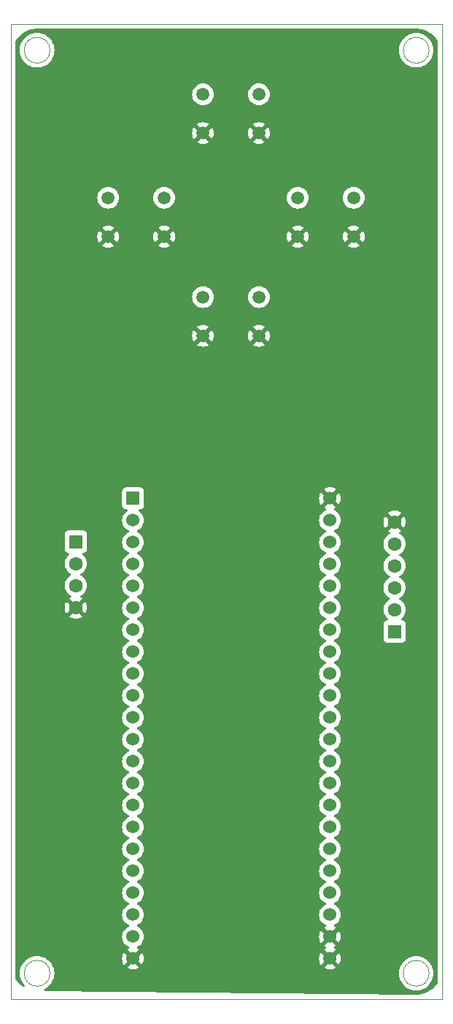
<source format=gbr>
%TF.GenerationSoftware,KiCad,Pcbnew,8.0.6*%
%TF.CreationDate,2024-11-20T17:32:44-08:00*%
%TF.ProjectId,hardware_password,68617264-7761-4726-955f-70617373776f,rev?*%
%TF.SameCoordinates,Original*%
%TF.FileFunction,Copper,L2,Inr*%
%TF.FilePolarity,Positive*%
%FSLAX46Y46*%
G04 Gerber Fmt 4.6, Leading zero omitted, Abs format (unit mm)*
G04 Created by KiCad (PCBNEW 8.0.6) date 2024-11-20 17:32:44*
%MOMM*%
%LPD*%
G01*
G04 APERTURE LIST*
%TA.AperFunction,ComponentPad*%
%ADD10C,1.507998*%
%TD*%
%TA.AperFunction,ComponentPad*%
%ADD11R,1.605000X1.605000*%
%TD*%
%TA.AperFunction,ComponentPad*%
%ADD12C,1.605000*%
%TD*%
%TA.AperFunction,ComponentPad*%
%ADD13R,1.530000X1.530000*%
%TD*%
%TA.AperFunction,ComponentPad*%
%ADD14C,1.530000*%
%TD*%
%TA.AperFunction,ViaPad*%
%ADD15C,0.600000*%
%TD*%
%TA.AperFunction,Profile*%
%ADD16C,0.100000*%
%TD*%
G04 APERTURE END LIST*
D10*
%TO.N,/IO10*%
%TO.C,SW2*%
X110249999Y-58604900D03*
X116750001Y-58604900D03*
%TO.N,GND*%
X110249999Y-63104901D03*
X116750001Y-63104901D03*
%TD*%
D11*
%TO.N,/5V*%
%TO.C,J1*%
X95500000Y-110460000D03*
D12*
%TO.N,/SDA*%
X95500000Y-113000000D03*
%TO.N,/SCL*%
X95500000Y-115540000D03*
%TO.N,GND*%
X95500000Y-118080000D03*
%TD*%
D13*
%TO.N,Net-(U1-3V3-PadJ1_1)*%
%TO.C,U1*%
X102140000Y-105440000D03*
D14*
X102140000Y-107980000D03*
%TO.N,unconnected-(U1-RST-PadJ1_3)*%
X102140000Y-110520000D03*
%TO.N,/SDA*%
X102140000Y-113060000D03*
%TO.N,/SCL*%
X102140000Y-115600000D03*
%TO.N,unconnected-(U1-GPIO6-PadJ1_6)*%
X102140000Y-118140000D03*
%TO.N,unconnected-(U1-GPIO7-PadJ1_7)*%
X102140000Y-120680000D03*
%TO.N,/IO15*%
X102140000Y-123220000D03*
%TO.N,unconnected-(U1-GPIO16-PadJ1_9)*%
X102140000Y-125760000D03*
%TO.N,unconnected-(U1-GPIO17-PadJ1_10)*%
X102140000Y-128300000D03*
%TO.N,unconnected-(U1-GPIO18-PadJ1_11)*%
X102140000Y-130840000D03*
%TO.N,unconnected-(U1-GPIO8-PadJ1_12)*%
X102140000Y-133380000D03*
%TO.N,unconnected-(U1-GPIO3-PadJ1_13)*%
X102140000Y-135920000D03*
%TO.N,unconnected-(U1-GPIO46-PadJ1_14)*%
X102140000Y-138460000D03*
%TO.N,unconnected-(U1-GPIO9-PadJ1_15)*%
X102140000Y-141000000D03*
%TO.N,/IO10*%
X102140000Y-143540000D03*
%TO.N,unconnected-(U1-GPIO11-PadJ1_17)*%
X102140000Y-146080000D03*
%TO.N,unconnected-(U1-GPIO12-PadJ1_18)*%
X102140000Y-148620000D03*
%TO.N,/IO13*%
X102140000Y-151160000D03*
%TO.N,/IO14*%
X102140000Y-153700000D03*
%TO.N,/5V*%
X102140000Y-156240000D03*
%TO.N,GND*%
X102140000Y-158780000D03*
X125000000Y-105440000D03*
%TO.N,unconnected-(U1-U0TXD{slash}GPIO43-PadJ3_2)*%
X125000000Y-107980000D03*
%TO.N,unconnected-(U1-U0RXD{slash}GPIO44-PadJ3_3)*%
X125000000Y-110520000D03*
%TO.N,/MISO*%
X125000000Y-113060000D03*
%TO.N,/MOSI*%
X125000000Y-115600000D03*
%TO.N,/SCK*%
X125000000Y-118140000D03*
%TO.N,/CS*%
X125000000Y-120680000D03*
%TO.N,unconnected-(U1-MTDO{slash}GPIO40-PadJ3_8)*%
X125000000Y-123220000D03*
%TO.N,unconnected-(U1-MTCK{slash}GPIO39-PadJ3_9)*%
X125000000Y-125760000D03*
%TO.N,unconnected-(U1-GPIO38-PadJ3_10)*%
X125000000Y-128300000D03*
%TO.N,unconnected-(U1-GPIO37-PadJ3_11)*%
X125000000Y-130840000D03*
%TO.N,unconnected-(U1-GPIO36-PadJ3_12)*%
X125000000Y-133380000D03*
%TO.N,unconnected-(U1-GPIO35-PadJ3_13)*%
X125000000Y-135920000D03*
%TO.N,unconnected-(U1-GPIO0-PadJ3_14)*%
X125000000Y-138460000D03*
%TO.N,unconnected-(U1-GPIO45-PadJ3_15)*%
X125000000Y-141000000D03*
%TO.N,unconnected-(U1-GPIO48-PadJ3_16)*%
X125000000Y-143540000D03*
%TO.N,unconnected-(U1-GPIO47-PadJ3_17)*%
X125000000Y-146080000D03*
%TO.N,unconnected-(U1-GPIO21-PadJ3_18)*%
X125000000Y-148620000D03*
%TO.N,unconnected-(U1-USB_D+{slash}GPIO20-PadJ3_19)*%
X125000000Y-151160000D03*
%TO.N,unconnected-(U1-USB_D-{slash}GPIO19-PadJ3_20)*%
X125000000Y-153700000D03*
%TO.N,GND*%
X125000000Y-156240000D03*
X125000000Y-158780000D03*
%TD*%
D10*
%TO.N,/IO13*%
%TO.C,SW4*%
X110249999Y-82104900D03*
X116750001Y-82104900D03*
%TO.N,GND*%
X110249999Y-86604901D03*
X116750001Y-86604901D03*
%TD*%
D11*
%TO.N,/CS*%
%TO.C,J2*%
X132500000Y-120879000D03*
D12*
%TO.N,/SCK*%
X132500000Y-118339000D03*
%TO.N,/MOSI*%
X132500000Y-115799000D03*
%TO.N,/MISO*%
X132500000Y-113259000D03*
%TO.N,/5V*%
X132500000Y-110719000D03*
%TO.N,GND*%
X132500000Y-108179000D03*
%TD*%
D10*
%TO.N,/IO14*%
%TO.C,SW1*%
X121249999Y-70604900D03*
X127750001Y-70604900D03*
%TO.N,GND*%
X121249999Y-75104901D03*
X127750001Y-75104901D03*
%TD*%
%TO.N,/IO15*%
%TO.C,SW3*%
X99249999Y-70604900D03*
X105750001Y-70604900D03*
%TO.N,GND*%
X99249999Y-75104901D03*
X105750001Y-75104901D03*
%TD*%
D15*
%TO.N,GND*%
X98000000Y-151500000D03*
%TD*%
%TA.AperFunction,Conductor*%
%TO.N,GND*%
G36*
X135012374Y-51000695D02*
G01*
X135063817Y-51003583D01*
X135328949Y-51018473D01*
X135342748Y-51020027D01*
X135660695Y-51074049D01*
X135674252Y-51077143D01*
X135984148Y-51166423D01*
X135997272Y-51171016D01*
X136295215Y-51294427D01*
X136307737Y-51300456D01*
X136590006Y-51456461D01*
X136601779Y-51463859D01*
X136864789Y-51650475D01*
X136875649Y-51659135D01*
X137116127Y-51874039D01*
X137125958Y-51883870D01*
X137304534Y-52083697D01*
X137340859Y-52124344D01*
X137349519Y-52135204D01*
X137476629Y-52314347D01*
X137499369Y-52380412D01*
X137499500Y-52386102D01*
X137499500Y-161584075D01*
X137479815Y-161651114D01*
X137476347Y-161656227D01*
X137341532Y-161844657D01*
X137332760Y-161855560D01*
X137115382Y-162096546D01*
X137105437Y-162106392D01*
X136862287Y-162321352D01*
X136851301Y-162330011D01*
X136756557Y-162396375D01*
X136585473Y-162516210D01*
X136573577Y-162523578D01*
X136288473Y-162678634D01*
X136275821Y-162684616D01*
X135975054Y-162806563D01*
X135961810Y-162811081D01*
X135649219Y-162898363D01*
X135635549Y-162901360D01*
X135315112Y-162952865D01*
X135301193Y-162954302D01*
X134973505Y-162969537D01*
X134966506Y-162969665D01*
X91924223Y-162539242D01*
X91857384Y-162518888D01*
X91812159Y-162465629D01*
X91802908Y-162396375D01*
X91832567Y-162333112D01*
X91866036Y-162306416D01*
X91951815Y-162259576D01*
X92084315Y-162187226D01*
X92313395Y-162015739D01*
X92515739Y-161813395D01*
X92687226Y-161584315D01*
X92824367Y-161333161D01*
X92924369Y-161065046D01*
X92985196Y-160785428D01*
X93005610Y-160500000D01*
X93005610Y-160499998D01*
X132994390Y-160499998D01*
X132994390Y-160500001D01*
X133014804Y-160785433D01*
X133075628Y-161065037D01*
X133075630Y-161065043D01*
X133075631Y-161065046D01*
X133128485Y-161206753D01*
X133175635Y-161333166D01*
X133312770Y-161584309D01*
X133312775Y-161584317D01*
X133484254Y-161813387D01*
X133484270Y-161813405D01*
X133686594Y-162015729D01*
X133686612Y-162015745D01*
X133915682Y-162187224D01*
X133915690Y-162187229D01*
X134166833Y-162324364D01*
X134166832Y-162324364D01*
X134166836Y-162324365D01*
X134166839Y-162324367D01*
X134434954Y-162424369D01*
X134434960Y-162424370D01*
X134434962Y-162424371D01*
X134714566Y-162485195D01*
X134714568Y-162485195D01*
X134714572Y-162485196D01*
X134968220Y-162503337D01*
X134999999Y-162505610D01*
X135000000Y-162505610D01*
X135000001Y-162505610D01*
X135028595Y-162503564D01*
X135285428Y-162485196D01*
X135375377Y-162465629D01*
X135565037Y-162424371D01*
X135565037Y-162424370D01*
X135565046Y-162424369D01*
X135833161Y-162324367D01*
X136084315Y-162187226D01*
X136313395Y-162015739D01*
X136515739Y-161813395D01*
X136687226Y-161584315D01*
X136824367Y-161333161D01*
X136924369Y-161065046D01*
X136985196Y-160785428D01*
X137005610Y-160500000D01*
X136985196Y-160214572D01*
X136945162Y-160030540D01*
X136924371Y-159934962D01*
X136924370Y-159934960D01*
X136924369Y-159934954D01*
X136824367Y-159666839D01*
X136744025Y-159519705D01*
X136687229Y-159415690D01*
X136687224Y-159415682D01*
X136515745Y-159186612D01*
X136515729Y-159186594D01*
X136313405Y-158984270D01*
X136313387Y-158984254D01*
X136084317Y-158812775D01*
X136084309Y-158812770D01*
X135833166Y-158675635D01*
X135833167Y-158675635D01*
X135725915Y-158635632D01*
X135565046Y-158575631D01*
X135565043Y-158575630D01*
X135565037Y-158575628D01*
X135285433Y-158514804D01*
X135000001Y-158494390D01*
X134999999Y-158494390D01*
X134714566Y-158514804D01*
X134434962Y-158575628D01*
X134166833Y-158675635D01*
X133915690Y-158812770D01*
X133915682Y-158812775D01*
X133686612Y-158984254D01*
X133686594Y-158984270D01*
X133484270Y-159186594D01*
X133484254Y-159186612D01*
X133312775Y-159415682D01*
X133312770Y-159415690D01*
X133175635Y-159666833D01*
X133075628Y-159934962D01*
X133014804Y-160214566D01*
X132994390Y-160499998D01*
X93005610Y-160499998D01*
X92985196Y-160214572D01*
X92945162Y-160030540D01*
X92924371Y-159934962D01*
X92924370Y-159934960D01*
X92924369Y-159934954D01*
X92824367Y-159666839D01*
X92744025Y-159519705D01*
X92687229Y-159415690D01*
X92687224Y-159415682D01*
X92515745Y-159186612D01*
X92515729Y-159186594D01*
X92313405Y-158984270D01*
X92313387Y-158984254D01*
X92084317Y-158812775D01*
X92084309Y-158812770D01*
X91833166Y-158675635D01*
X91833167Y-158675635D01*
X91725915Y-158635632D01*
X91565046Y-158575631D01*
X91565043Y-158575630D01*
X91565037Y-158575628D01*
X91285433Y-158514804D01*
X91000001Y-158494390D01*
X90999999Y-158494390D01*
X90714566Y-158514804D01*
X90434962Y-158575628D01*
X90166833Y-158675635D01*
X89915690Y-158812770D01*
X89915682Y-158812775D01*
X89686612Y-158984254D01*
X89686594Y-158984270D01*
X89484270Y-159186594D01*
X89484254Y-159186612D01*
X89312775Y-159415682D01*
X89312770Y-159415690D01*
X89175635Y-159666833D01*
X89075628Y-159934962D01*
X89014804Y-160214566D01*
X88994390Y-160499998D01*
X88994390Y-160500001D01*
X89014804Y-160785433D01*
X89075628Y-161065037D01*
X89075630Y-161065043D01*
X89075631Y-161065046D01*
X89128485Y-161206753D01*
X89175635Y-161333166D01*
X89312770Y-161584309D01*
X89312775Y-161584317D01*
X89484254Y-161813387D01*
X89484270Y-161813405D01*
X89528264Y-161857399D01*
X89561749Y-161918722D01*
X89556765Y-161988414D01*
X89514893Y-162044347D01*
X89449429Y-162068764D01*
X89381156Y-162053912D01*
X89368215Y-162045772D01*
X89121778Y-161868656D01*
X89111025Y-161859980D01*
X88873233Y-161645174D01*
X88863512Y-161635355D01*
X88651098Y-161395431D01*
X88642529Y-161384591D01*
X88523089Y-161214846D01*
X88500609Y-161148692D01*
X88500500Y-161143489D01*
X88500500Y-112999998D01*
X94192023Y-112999998D01*
X94192023Y-113000001D01*
X94211893Y-113227122D01*
X94211894Y-113227129D01*
X94270902Y-113447349D01*
X94270903Y-113447351D01*
X94270904Y-113447354D01*
X94292882Y-113494486D01*
X94367259Y-113653989D01*
X94367261Y-113653993D01*
X94498027Y-113840746D01*
X94498032Y-113840752D01*
X94659247Y-114001967D01*
X94659253Y-114001972D01*
X94846006Y-114132738D01*
X94846008Y-114132739D01*
X94846011Y-114132741D01*
X94890688Y-114153574D01*
X94899360Y-114157618D01*
X94951800Y-114203790D01*
X94970952Y-114270983D01*
X94950737Y-114337865D01*
X94899361Y-114382382D01*
X94846013Y-114407258D01*
X94846011Y-114407259D01*
X94659246Y-114538032D01*
X94498032Y-114699246D01*
X94367259Y-114886011D01*
X94367258Y-114886013D01*
X94270905Y-115092642D01*
X94211894Y-115312870D01*
X94211893Y-115312877D01*
X94192023Y-115539998D01*
X94192023Y-115540001D01*
X94211893Y-115767122D01*
X94211894Y-115767129D01*
X94270902Y-115987349D01*
X94270903Y-115987351D01*
X94270904Y-115987354D01*
X94292882Y-116034486D01*
X94367259Y-116193989D01*
X94367261Y-116193993D01*
X94498027Y-116380746D01*
X94498032Y-116380752D01*
X94659247Y-116541967D01*
X94659253Y-116541972D01*
X94846006Y-116672738D01*
X94846008Y-116672739D01*
X94846011Y-116672741D01*
X94899948Y-116697892D01*
X94899950Y-116697893D01*
X94952390Y-116744065D01*
X94971542Y-116811258D01*
X94951327Y-116878139D01*
X94899953Y-116922656D01*
X94846268Y-116947690D01*
X94772732Y-116999179D01*
X95342013Y-117568459D01*
X95293498Y-117581460D01*
X95171503Y-117651894D01*
X95071894Y-117751503D01*
X95001460Y-117873498D01*
X94988460Y-117922013D01*
X94419179Y-117352732D01*
X94367691Y-117426267D01*
X94271376Y-117632815D01*
X94271372Y-117632824D01*
X94212388Y-117852956D01*
X94212388Y-117852960D01*
X94192525Y-118079997D01*
X94192525Y-118080002D01*
X94212388Y-118307039D01*
X94212388Y-118307043D01*
X94271372Y-118527175D01*
X94271376Y-118527184D01*
X94367692Y-118733736D01*
X94367693Y-118733738D01*
X94419178Y-118807266D01*
X94419179Y-118807267D01*
X94988459Y-118237986D01*
X95001460Y-118286502D01*
X95071894Y-118408497D01*
X95171503Y-118508106D01*
X95293498Y-118578540D01*
X95342012Y-118591539D01*
X94772731Y-119160820D01*
X94846266Y-119212308D01*
X95052815Y-119308623D01*
X95052824Y-119308627D01*
X95272958Y-119367611D01*
X95499998Y-119387475D01*
X95500002Y-119387475D01*
X95727039Y-119367611D01*
X95727043Y-119367611D01*
X95947175Y-119308627D01*
X95947184Y-119308623D01*
X96153737Y-119212307D01*
X96227267Y-119160820D01*
X95657987Y-118591539D01*
X95706502Y-118578540D01*
X95828497Y-118508106D01*
X95928106Y-118408497D01*
X95998540Y-118286502D01*
X96011539Y-118237986D01*
X96580820Y-118807267D01*
X96632307Y-118733737D01*
X96728623Y-118527184D01*
X96728627Y-118527175D01*
X96787611Y-118307043D01*
X96787611Y-118307039D01*
X96807475Y-118080002D01*
X96807475Y-118079997D01*
X96787611Y-117852960D01*
X96787611Y-117852956D01*
X96728627Y-117632824D01*
X96728623Y-117632815D01*
X96632307Y-117426263D01*
X96632305Y-117426259D01*
X96580820Y-117352732D01*
X96011539Y-117922012D01*
X95998540Y-117873498D01*
X95928106Y-117751503D01*
X95828497Y-117651894D01*
X95706502Y-117581460D01*
X95657986Y-117568460D01*
X96227267Y-116999179D01*
X96227266Y-116999178D01*
X96153738Y-116947693D01*
X96153736Y-116947692D01*
X96100048Y-116922657D01*
X96047609Y-116876484D01*
X96028457Y-116809291D01*
X96048673Y-116742410D01*
X96100047Y-116697894D01*
X96153989Y-116672741D01*
X96340751Y-116541969D01*
X96501969Y-116380751D01*
X96632741Y-116193989D01*
X96729096Y-115987354D01*
X96788106Y-115767128D01*
X96807977Y-115540000D01*
X96788106Y-115312872D01*
X96729096Y-115092646D01*
X96632741Y-114886012D01*
X96501969Y-114699249D01*
X96340751Y-114538031D01*
X96340747Y-114538028D01*
X96340746Y-114538027D01*
X96153993Y-114407261D01*
X96153985Y-114407257D01*
X96100640Y-114382382D01*
X96048200Y-114336210D01*
X96029048Y-114269017D01*
X96049263Y-114202135D01*
X96100640Y-114157618D01*
X96105021Y-114155574D01*
X96153989Y-114132741D01*
X96340751Y-114001969D01*
X96501969Y-113840751D01*
X96632741Y-113653989D01*
X96729096Y-113447354D01*
X96788106Y-113227128D01*
X96807977Y-113000000D01*
X96788106Y-112772872D01*
X96729096Y-112552646D01*
X96632741Y-112346012D01*
X96501969Y-112159249D01*
X96340751Y-111998031D01*
X96340747Y-111998028D01*
X96340746Y-111998027D01*
X96340743Y-111998024D01*
X96321741Y-111984719D01*
X96278116Y-111930142D01*
X96270924Y-111860643D01*
X96302447Y-111798289D01*
X96362677Y-111762876D01*
X96379608Y-111759856D01*
X96409983Y-111756591D01*
X96544831Y-111706296D01*
X96660046Y-111620046D01*
X96746296Y-111504831D01*
X96796591Y-111369983D01*
X96803000Y-111310373D01*
X96802999Y-109609628D01*
X96796591Y-109550017D01*
X96774170Y-109489904D01*
X96746297Y-109415171D01*
X96746293Y-109415164D01*
X96660047Y-109299955D01*
X96660044Y-109299952D01*
X96544835Y-109213706D01*
X96544828Y-109213702D01*
X96409982Y-109163408D01*
X96409983Y-109163408D01*
X96350383Y-109157001D01*
X96350381Y-109157000D01*
X96350373Y-109157000D01*
X96350364Y-109157000D01*
X94649629Y-109157000D01*
X94649623Y-109157001D01*
X94590016Y-109163408D01*
X94455171Y-109213702D01*
X94455164Y-109213706D01*
X94339955Y-109299952D01*
X94339952Y-109299955D01*
X94253706Y-109415164D01*
X94253702Y-109415171D01*
X94203408Y-109550017D01*
X94199512Y-109586259D01*
X94197001Y-109609623D01*
X94197000Y-109609635D01*
X94197000Y-111310370D01*
X94197001Y-111310376D01*
X94203408Y-111369983D01*
X94253702Y-111504828D01*
X94253706Y-111504835D01*
X94339952Y-111620044D01*
X94339955Y-111620047D01*
X94455164Y-111706293D01*
X94455171Y-111706297D01*
X94494504Y-111720967D01*
X94590017Y-111756591D01*
X94620391Y-111759856D01*
X94684939Y-111786592D01*
X94724788Y-111843984D01*
X94727283Y-111913809D01*
X94691631Y-111973899D01*
X94678260Y-111984718D01*
X94659247Y-111998031D01*
X94498032Y-112159246D01*
X94367259Y-112346011D01*
X94367258Y-112346013D01*
X94270905Y-112552642D01*
X94211894Y-112772870D01*
X94211893Y-112772877D01*
X94192023Y-112999998D01*
X88500500Y-112999998D01*
X88500500Y-107979998D01*
X100869666Y-107979998D01*
X100869666Y-107980001D01*
X100888964Y-108200585D01*
X100888965Y-108200592D01*
X100946275Y-108414475D01*
X100946279Y-108414486D01*
X101036099Y-108607106D01*
X101039858Y-108615167D01*
X101166868Y-108796555D01*
X101323445Y-108953132D01*
X101504833Y-109080142D01*
X101566828Y-109109050D01*
X101628091Y-109137618D01*
X101680531Y-109183790D01*
X101699683Y-109250983D01*
X101679467Y-109317865D01*
X101628091Y-109362382D01*
X101504836Y-109419856D01*
X101504834Y-109419857D01*
X101323444Y-109546868D01*
X101166868Y-109703444D01*
X101039857Y-109884834D01*
X101039856Y-109884836D01*
X100946279Y-110085513D01*
X100946275Y-110085524D01*
X100888965Y-110299407D01*
X100888964Y-110299414D01*
X100869666Y-110519998D01*
X100869666Y-110520001D01*
X100888964Y-110740585D01*
X100888965Y-110740592D01*
X100946275Y-110954475D01*
X100946279Y-110954486D01*
X101039856Y-111155163D01*
X101039858Y-111155167D01*
X101166868Y-111336555D01*
X101323445Y-111493132D01*
X101504833Y-111620142D01*
X101566828Y-111649050D01*
X101628091Y-111677618D01*
X101680531Y-111723790D01*
X101699683Y-111790983D01*
X101679467Y-111857865D01*
X101628091Y-111902382D01*
X101504836Y-111959856D01*
X101504834Y-111959857D01*
X101323444Y-112086868D01*
X101166868Y-112243444D01*
X101039857Y-112424834D01*
X101039856Y-112424836D01*
X100946279Y-112625513D01*
X100946275Y-112625524D01*
X100888965Y-112839407D01*
X100888964Y-112839414D01*
X100869666Y-113059998D01*
X100869666Y-113060001D01*
X100888964Y-113280585D01*
X100888965Y-113280592D01*
X100946275Y-113494475D01*
X100946279Y-113494486D01*
X101020658Y-113653993D01*
X101039858Y-113695167D01*
X101166868Y-113876555D01*
X101323445Y-114033132D01*
X101504833Y-114160142D01*
X101566828Y-114189050D01*
X101628091Y-114217618D01*
X101680531Y-114263790D01*
X101699683Y-114330983D01*
X101679467Y-114397865D01*
X101628091Y-114442382D01*
X101504836Y-114499856D01*
X101504834Y-114499857D01*
X101323444Y-114626868D01*
X101166868Y-114783444D01*
X101039857Y-114964834D01*
X101039856Y-114964836D01*
X100946279Y-115165513D01*
X100946275Y-115165524D01*
X100888965Y-115379407D01*
X100888964Y-115379414D01*
X100869666Y-115599998D01*
X100869666Y-115600001D01*
X100888964Y-115820585D01*
X100888965Y-115820592D01*
X100946275Y-116034475D01*
X100946279Y-116034486D01*
X101020658Y-116193993D01*
X101039858Y-116235167D01*
X101166868Y-116416555D01*
X101323445Y-116573132D01*
X101504833Y-116700142D01*
X101566828Y-116729050D01*
X101628091Y-116757618D01*
X101680531Y-116803790D01*
X101699683Y-116870983D01*
X101679467Y-116937865D01*
X101628091Y-116982382D01*
X101504836Y-117039856D01*
X101504834Y-117039857D01*
X101323444Y-117166868D01*
X101166868Y-117323444D01*
X101039857Y-117504834D01*
X101039856Y-117504836D01*
X100946279Y-117705513D01*
X100946275Y-117705524D01*
X100888965Y-117919407D01*
X100888964Y-117919414D01*
X100869666Y-118139998D01*
X100869666Y-118140001D01*
X100888964Y-118360585D01*
X100888965Y-118360592D01*
X100946275Y-118574475D01*
X100946279Y-118574486D01*
X101039856Y-118775163D01*
X101039858Y-118775167D01*
X101166868Y-118956555D01*
X101323445Y-119113132D01*
X101504833Y-119240142D01*
X101566828Y-119269050D01*
X101628091Y-119297618D01*
X101680531Y-119343790D01*
X101699683Y-119410983D01*
X101679467Y-119477865D01*
X101628091Y-119522382D01*
X101504836Y-119579856D01*
X101504834Y-119579857D01*
X101323444Y-119706868D01*
X101166868Y-119863444D01*
X101039857Y-120044834D01*
X101039856Y-120044836D01*
X100946279Y-120245513D01*
X100946275Y-120245524D01*
X100888965Y-120459407D01*
X100888964Y-120459414D01*
X100869666Y-120679998D01*
X100869666Y-120680001D01*
X100888964Y-120900585D01*
X100888965Y-120900592D01*
X100946275Y-121114475D01*
X100946279Y-121114486D01*
X101039856Y-121315163D01*
X101039858Y-121315167D01*
X101166868Y-121496555D01*
X101323445Y-121653132D01*
X101504833Y-121780142D01*
X101523791Y-121788982D01*
X101628091Y-121837618D01*
X101680531Y-121883790D01*
X101699683Y-121950983D01*
X101679467Y-122017865D01*
X101628091Y-122062382D01*
X101504836Y-122119856D01*
X101504834Y-122119857D01*
X101323444Y-122246868D01*
X101166868Y-122403444D01*
X101039857Y-122584834D01*
X101039856Y-122584836D01*
X100946279Y-122785513D01*
X100946275Y-122785524D01*
X100888965Y-122999407D01*
X100888964Y-122999414D01*
X100869666Y-123219998D01*
X100869666Y-123220001D01*
X100888964Y-123440585D01*
X100888965Y-123440592D01*
X100946275Y-123654475D01*
X100946279Y-123654486D01*
X101039856Y-123855163D01*
X101039858Y-123855167D01*
X101166868Y-124036555D01*
X101323445Y-124193132D01*
X101504833Y-124320142D01*
X101566828Y-124349050D01*
X101628091Y-124377618D01*
X101680531Y-124423790D01*
X101699683Y-124490983D01*
X101679467Y-124557865D01*
X101628091Y-124602382D01*
X101504836Y-124659856D01*
X101504834Y-124659857D01*
X101323444Y-124786868D01*
X101166868Y-124943444D01*
X101039857Y-125124834D01*
X101039856Y-125124836D01*
X100946279Y-125325513D01*
X100946275Y-125325524D01*
X100888965Y-125539407D01*
X100888964Y-125539414D01*
X100869666Y-125759998D01*
X100869666Y-125760001D01*
X100888964Y-125980585D01*
X100888965Y-125980592D01*
X100946275Y-126194475D01*
X100946279Y-126194486D01*
X101039856Y-126395163D01*
X101039858Y-126395167D01*
X101166868Y-126576555D01*
X101323445Y-126733132D01*
X101504833Y-126860142D01*
X101566828Y-126889050D01*
X101628091Y-126917618D01*
X101680531Y-126963790D01*
X101699683Y-127030983D01*
X101679467Y-127097865D01*
X101628091Y-127142382D01*
X101504836Y-127199856D01*
X101504834Y-127199857D01*
X101323444Y-127326868D01*
X101166868Y-127483444D01*
X101039857Y-127664834D01*
X101039856Y-127664836D01*
X100946279Y-127865513D01*
X100946275Y-127865524D01*
X100888965Y-128079407D01*
X100888964Y-128079414D01*
X100869666Y-128299998D01*
X100869666Y-128300001D01*
X100888964Y-128520585D01*
X100888965Y-128520592D01*
X100946275Y-128734475D01*
X100946279Y-128734486D01*
X101039856Y-128935163D01*
X101039858Y-128935167D01*
X101166868Y-129116555D01*
X101323445Y-129273132D01*
X101504833Y-129400142D01*
X101566828Y-129429050D01*
X101628091Y-129457618D01*
X101680531Y-129503790D01*
X101699683Y-129570983D01*
X101679467Y-129637865D01*
X101628091Y-129682382D01*
X101504836Y-129739856D01*
X101504834Y-129739857D01*
X101323444Y-129866868D01*
X101166868Y-130023444D01*
X101039857Y-130204834D01*
X101039856Y-130204836D01*
X100946279Y-130405513D01*
X100946275Y-130405524D01*
X100888965Y-130619407D01*
X100888964Y-130619414D01*
X100869666Y-130839998D01*
X100869666Y-130840001D01*
X100888964Y-131060585D01*
X100888965Y-131060592D01*
X100946275Y-131274475D01*
X100946279Y-131274486D01*
X101039856Y-131475163D01*
X101039858Y-131475167D01*
X101166868Y-131656555D01*
X101323445Y-131813132D01*
X101504833Y-131940142D01*
X101566828Y-131969050D01*
X101628091Y-131997618D01*
X101680531Y-132043790D01*
X101699683Y-132110983D01*
X101679467Y-132177865D01*
X101628091Y-132222382D01*
X101504836Y-132279856D01*
X101504834Y-132279857D01*
X101323444Y-132406868D01*
X101166868Y-132563444D01*
X101039857Y-132744834D01*
X101039856Y-132744836D01*
X100946279Y-132945513D01*
X100946275Y-132945524D01*
X100888965Y-133159407D01*
X100888964Y-133159414D01*
X100869666Y-133379998D01*
X100869666Y-133380001D01*
X100888964Y-133600585D01*
X100888965Y-133600592D01*
X100946275Y-133814475D01*
X100946279Y-133814486D01*
X101039856Y-134015163D01*
X101039858Y-134015167D01*
X101166868Y-134196555D01*
X101323445Y-134353132D01*
X101504833Y-134480142D01*
X101566828Y-134509050D01*
X101628091Y-134537618D01*
X101680531Y-134583790D01*
X101699683Y-134650983D01*
X101679467Y-134717865D01*
X101628091Y-134762382D01*
X101504836Y-134819856D01*
X101504834Y-134819857D01*
X101323444Y-134946868D01*
X101166868Y-135103444D01*
X101039857Y-135284834D01*
X101039856Y-135284836D01*
X100946279Y-135485513D01*
X100946275Y-135485524D01*
X100888965Y-135699407D01*
X100888964Y-135699414D01*
X100869666Y-135919998D01*
X100869666Y-135920001D01*
X100888964Y-136140585D01*
X100888965Y-136140592D01*
X100946275Y-136354475D01*
X100946279Y-136354486D01*
X101039856Y-136555163D01*
X101039858Y-136555167D01*
X101166868Y-136736555D01*
X101323445Y-136893132D01*
X101504833Y-137020142D01*
X101566828Y-137049050D01*
X101628091Y-137077618D01*
X101680531Y-137123790D01*
X101699683Y-137190983D01*
X101679467Y-137257865D01*
X101628091Y-137302382D01*
X101504836Y-137359856D01*
X101504834Y-137359857D01*
X101323444Y-137486868D01*
X101166868Y-137643444D01*
X101039857Y-137824834D01*
X101039856Y-137824836D01*
X100946279Y-138025513D01*
X100946275Y-138025524D01*
X100888965Y-138239407D01*
X100888964Y-138239414D01*
X100869666Y-138459998D01*
X100869666Y-138460001D01*
X100888964Y-138680585D01*
X100888965Y-138680592D01*
X100946275Y-138894475D01*
X100946279Y-138894486D01*
X101039856Y-139095163D01*
X101039858Y-139095167D01*
X101166868Y-139276555D01*
X101323445Y-139433132D01*
X101504833Y-139560142D01*
X101566828Y-139589050D01*
X101628091Y-139617618D01*
X101680531Y-139663790D01*
X101699683Y-139730983D01*
X101679467Y-139797865D01*
X101628091Y-139842382D01*
X101504836Y-139899856D01*
X101504834Y-139899857D01*
X101323444Y-140026868D01*
X101166868Y-140183444D01*
X101039857Y-140364834D01*
X101039856Y-140364836D01*
X100946279Y-140565513D01*
X100946275Y-140565524D01*
X100888965Y-140779407D01*
X100888964Y-140779414D01*
X100869666Y-140999998D01*
X100869666Y-141000001D01*
X100888964Y-141220585D01*
X100888965Y-141220592D01*
X100946275Y-141434475D01*
X100946279Y-141434486D01*
X101039856Y-141635163D01*
X101039858Y-141635167D01*
X101166868Y-141816555D01*
X101323445Y-141973132D01*
X101504833Y-142100142D01*
X101566828Y-142129050D01*
X101628091Y-142157618D01*
X101680531Y-142203790D01*
X101699683Y-142270983D01*
X101679467Y-142337865D01*
X101628091Y-142382382D01*
X101504836Y-142439856D01*
X101504834Y-142439857D01*
X101323444Y-142566868D01*
X101166868Y-142723444D01*
X101039857Y-142904834D01*
X101039856Y-142904836D01*
X100946279Y-143105513D01*
X100946275Y-143105524D01*
X100888965Y-143319407D01*
X100888964Y-143319414D01*
X100869666Y-143539998D01*
X100869666Y-143540001D01*
X100888964Y-143760585D01*
X100888965Y-143760592D01*
X100946275Y-143974475D01*
X100946279Y-143974486D01*
X101039856Y-144175163D01*
X101039858Y-144175167D01*
X101166868Y-144356555D01*
X101323445Y-144513132D01*
X101504833Y-144640142D01*
X101566828Y-144669050D01*
X101628091Y-144697618D01*
X101680531Y-144743790D01*
X101699683Y-144810983D01*
X101679467Y-144877865D01*
X101628091Y-144922382D01*
X101504836Y-144979856D01*
X101504834Y-144979857D01*
X101323444Y-145106868D01*
X101166868Y-145263444D01*
X101039857Y-145444834D01*
X101039856Y-145444836D01*
X100946279Y-145645513D01*
X100946275Y-145645524D01*
X100888965Y-145859407D01*
X100888964Y-145859414D01*
X100869666Y-146079998D01*
X100869666Y-146080001D01*
X100888964Y-146300585D01*
X100888965Y-146300592D01*
X100946275Y-146514475D01*
X100946279Y-146514486D01*
X101039856Y-146715163D01*
X101039858Y-146715167D01*
X101166868Y-146896555D01*
X101323445Y-147053132D01*
X101504833Y-147180142D01*
X101566828Y-147209050D01*
X101628091Y-147237618D01*
X101680531Y-147283790D01*
X101699683Y-147350983D01*
X101679467Y-147417865D01*
X101628091Y-147462382D01*
X101504836Y-147519856D01*
X101504834Y-147519857D01*
X101323444Y-147646868D01*
X101166868Y-147803444D01*
X101039857Y-147984834D01*
X101039856Y-147984836D01*
X100946279Y-148185513D01*
X100946275Y-148185524D01*
X100888965Y-148399407D01*
X100888964Y-148399414D01*
X100869666Y-148619998D01*
X100869666Y-148620001D01*
X100888964Y-148840585D01*
X100888965Y-148840592D01*
X100946275Y-149054475D01*
X100946279Y-149054486D01*
X101039856Y-149255163D01*
X101039858Y-149255167D01*
X101166868Y-149436555D01*
X101323445Y-149593132D01*
X101504833Y-149720142D01*
X101566828Y-149749050D01*
X101628091Y-149777618D01*
X101680531Y-149823790D01*
X101699683Y-149890983D01*
X101679467Y-149957865D01*
X101628091Y-150002382D01*
X101504836Y-150059856D01*
X101504834Y-150059857D01*
X101323444Y-150186868D01*
X101166868Y-150343444D01*
X101039857Y-150524834D01*
X101039856Y-150524836D01*
X100946279Y-150725513D01*
X100946275Y-150725524D01*
X100888965Y-150939407D01*
X100888964Y-150939414D01*
X100869666Y-151159998D01*
X100869666Y-151160001D01*
X100888964Y-151380585D01*
X100888965Y-151380592D01*
X100946275Y-151594475D01*
X100946279Y-151594486D01*
X101039856Y-151795163D01*
X101039858Y-151795167D01*
X101166868Y-151976555D01*
X101323445Y-152133132D01*
X101504833Y-152260142D01*
X101566828Y-152289050D01*
X101628091Y-152317618D01*
X101680531Y-152363790D01*
X101699683Y-152430983D01*
X101679467Y-152497865D01*
X101628091Y-152542382D01*
X101504836Y-152599856D01*
X101504834Y-152599857D01*
X101323444Y-152726868D01*
X101166868Y-152883444D01*
X101039857Y-153064834D01*
X101039856Y-153064836D01*
X100946279Y-153265513D01*
X100946275Y-153265524D01*
X100888965Y-153479407D01*
X100888964Y-153479414D01*
X100869666Y-153699998D01*
X100869666Y-153700001D01*
X100888964Y-153920585D01*
X100888965Y-153920592D01*
X100946275Y-154134475D01*
X100946279Y-154134486D01*
X101039856Y-154335163D01*
X101039858Y-154335167D01*
X101166868Y-154516555D01*
X101323445Y-154673132D01*
X101504833Y-154800142D01*
X101566828Y-154829050D01*
X101628091Y-154857618D01*
X101680531Y-154903790D01*
X101699683Y-154970983D01*
X101679467Y-155037865D01*
X101628091Y-155082382D01*
X101504836Y-155139856D01*
X101504834Y-155139857D01*
X101323444Y-155266868D01*
X101166868Y-155423444D01*
X101039857Y-155604834D01*
X101039856Y-155604836D01*
X100946279Y-155805513D01*
X100946275Y-155805524D01*
X100888965Y-156019407D01*
X100888964Y-156019414D01*
X100869666Y-156239998D01*
X100869666Y-156240001D01*
X100888964Y-156460585D01*
X100888965Y-156460592D01*
X100946275Y-156674475D01*
X100946279Y-156674486D01*
X100981492Y-156750000D01*
X101039858Y-156875167D01*
X101166868Y-157056555D01*
X101323445Y-157213132D01*
X101504833Y-157340142D01*
X101628682Y-157397893D01*
X101681122Y-157444065D01*
X101700274Y-157511258D01*
X101680059Y-157578139D01*
X101628683Y-157622657D01*
X101505084Y-157680293D01*
X101439657Y-157726104D01*
X102002424Y-158288871D01*
X101943147Y-158304755D01*
X101826853Y-158371898D01*
X101731898Y-158466853D01*
X101664755Y-158583147D01*
X101648871Y-158642424D01*
X101086104Y-158079657D01*
X101040293Y-158145084D01*
X100946749Y-158345690D01*
X100946745Y-158345699D01*
X100889461Y-158559490D01*
X100889459Y-158559500D01*
X100870168Y-158779999D01*
X100870168Y-158780000D01*
X100889459Y-159000499D01*
X100889461Y-159000509D01*
X100946745Y-159214300D01*
X100946749Y-159214309D01*
X101040295Y-159414919D01*
X101086103Y-159480341D01*
X101086105Y-159480342D01*
X101648871Y-158917575D01*
X101664755Y-158976853D01*
X101731898Y-159093147D01*
X101826853Y-159188102D01*
X101943147Y-159255245D01*
X102002424Y-159271128D01*
X101439656Y-159833894D01*
X101505083Y-159879706D01*
X101505085Y-159879707D01*
X101705690Y-159973250D01*
X101705699Y-159973254D01*
X101919490Y-160030538D01*
X101919500Y-160030540D01*
X102139999Y-160049832D01*
X102140001Y-160049832D01*
X102360499Y-160030540D01*
X102360509Y-160030538D01*
X102574300Y-159973254D01*
X102574309Y-159973250D01*
X102774915Y-159879706D01*
X102840342Y-159833894D01*
X102277575Y-159271127D01*
X102336853Y-159255245D01*
X102453147Y-159188102D01*
X102548102Y-159093147D01*
X102615245Y-158976853D01*
X102631128Y-158917575D01*
X103193894Y-159480342D01*
X103239706Y-159414915D01*
X103333250Y-159214309D01*
X103333254Y-159214300D01*
X103390538Y-159000509D01*
X103390540Y-159000499D01*
X103409832Y-158780000D01*
X103409832Y-158779999D01*
X103390540Y-158559500D01*
X103390538Y-158559490D01*
X103333254Y-158345699D01*
X103333250Y-158345690D01*
X103239707Y-158145085D01*
X103239706Y-158145083D01*
X103193894Y-158079657D01*
X103193894Y-158079656D01*
X102631127Y-158642423D01*
X102615245Y-158583147D01*
X102548102Y-158466853D01*
X102453147Y-158371898D01*
X102336853Y-158304755D01*
X102277575Y-158288872D01*
X102840342Y-157726105D01*
X102840341Y-157726103D01*
X102774919Y-157680295D01*
X102651316Y-157622657D01*
X102598877Y-157576484D01*
X102579725Y-157509291D01*
X102599941Y-157442410D01*
X102651312Y-157397895D01*
X102775167Y-157340142D01*
X102956555Y-157213132D01*
X103113132Y-157056555D01*
X103240142Y-156875167D01*
X103333723Y-156674480D01*
X103391035Y-156460591D01*
X103410334Y-156240000D01*
X103391035Y-156019409D01*
X103333723Y-155805520D01*
X103240142Y-155604833D01*
X103113132Y-155423445D01*
X102956555Y-155266868D01*
X102775167Y-155139858D01*
X102651907Y-155082381D01*
X102599468Y-155036210D01*
X102580316Y-154969017D01*
X102600531Y-154902136D01*
X102651908Y-154857618D01*
X102775167Y-154800142D01*
X102956555Y-154673132D01*
X103113132Y-154516555D01*
X103240142Y-154335167D01*
X103333723Y-154134480D01*
X103391035Y-153920591D01*
X103410334Y-153700000D01*
X103391035Y-153479409D01*
X103333723Y-153265520D01*
X103240142Y-153064833D01*
X103113132Y-152883445D01*
X102956555Y-152726868D01*
X102775167Y-152599858D01*
X102651907Y-152542381D01*
X102599468Y-152496210D01*
X102580316Y-152429017D01*
X102600531Y-152362136D01*
X102651908Y-152317618D01*
X102775167Y-152260142D01*
X102956555Y-152133132D01*
X103113132Y-151976555D01*
X103240142Y-151795167D01*
X103333723Y-151594480D01*
X103391035Y-151380591D01*
X103410334Y-151160000D01*
X103391035Y-150939409D01*
X103333723Y-150725520D01*
X103240142Y-150524833D01*
X103113132Y-150343445D01*
X102956555Y-150186868D01*
X102775167Y-150059858D01*
X102651907Y-150002381D01*
X102599468Y-149956210D01*
X102580316Y-149889017D01*
X102600531Y-149822136D01*
X102651908Y-149777618D01*
X102775167Y-149720142D01*
X102956555Y-149593132D01*
X103113132Y-149436555D01*
X103240142Y-149255167D01*
X103333723Y-149054480D01*
X103391035Y-148840591D01*
X103410334Y-148620000D01*
X103391035Y-148399409D01*
X103333723Y-148185520D01*
X103240142Y-147984833D01*
X103113132Y-147803445D01*
X102956555Y-147646868D01*
X102775167Y-147519858D01*
X102651907Y-147462381D01*
X102599468Y-147416210D01*
X102580316Y-147349017D01*
X102600531Y-147282136D01*
X102651908Y-147237618D01*
X102775167Y-147180142D01*
X102956555Y-147053132D01*
X103113132Y-146896555D01*
X103240142Y-146715167D01*
X103333723Y-146514480D01*
X103391035Y-146300591D01*
X103410334Y-146080000D01*
X103391035Y-145859409D01*
X103333723Y-145645520D01*
X103240142Y-145444833D01*
X103113132Y-145263445D01*
X102956555Y-145106868D01*
X102775167Y-144979858D01*
X102651907Y-144922381D01*
X102599468Y-144876210D01*
X102580316Y-144809017D01*
X102600531Y-144742136D01*
X102651908Y-144697618D01*
X102775167Y-144640142D01*
X102956555Y-144513132D01*
X103113132Y-144356555D01*
X103240142Y-144175167D01*
X103333723Y-143974480D01*
X103391035Y-143760591D01*
X103410334Y-143540000D01*
X103391035Y-143319409D01*
X103333723Y-143105520D01*
X103240142Y-142904833D01*
X103113132Y-142723445D01*
X102956555Y-142566868D01*
X102775167Y-142439858D01*
X102651907Y-142382381D01*
X102599468Y-142336210D01*
X102580316Y-142269017D01*
X102600531Y-142202136D01*
X102651908Y-142157618D01*
X102775167Y-142100142D01*
X102956555Y-141973132D01*
X103113132Y-141816555D01*
X103240142Y-141635167D01*
X103333723Y-141434480D01*
X103391035Y-141220591D01*
X103410334Y-141000000D01*
X103391035Y-140779409D01*
X103333723Y-140565520D01*
X103240142Y-140364833D01*
X103113132Y-140183445D01*
X102956555Y-140026868D01*
X102775167Y-139899858D01*
X102651907Y-139842381D01*
X102599468Y-139796210D01*
X102580316Y-139729017D01*
X102600531Y-139662136D01*
X102651908Y-139617618D01*
X102775167Y-139560142D01*
X102956555Y-139433132D01*
X103113132Y-139276555D01*
X103240142Y-139095167D01*
X103333723Y-138894480D01*
X103391035Y-138680591D01*
X103410334Y-138460000D01*
X103391035Y-138239409D01*
X103333723Y-138025520D01*
X103240142Y-137824833D01*
X103113132Y-137643445D01*
X102956555Y-137486868D01*
X102775167Y-137359858D01*
X102651907Y-137302381D01*
X102599468Y-137256210D01*
X102580316Y-137189017D01*
X102600531Y-137122136D01*
X102651908Y-137077618D01*
X102775167Y-137020142D01*
X102956555Y-136893132D01*
X103113132Y-136736555D01*
X103240142Y-136555167D01*
X103333723Y-136354480D01*
X103391035Y-136140591D01*
X103410334Y-135920000D01*
X103391035Y-135699409D01*
X103333723Y-135485520D01*
X103240142Y-135284833D01*
X103113132Y-135103445D01*
X102956555Y-134946868D01*
X102775167Y-134819858D01*
X102651907Y-134762381D01*
X102599468Y-134716210D01*
X102580316Y-134649017D01*
X102600531Y-134582136D01*
X102651908Y-134537618D01*
X102775167Y-134480142D01*
X102956555Y-134353132D01*
X103113132Y-134196555D01*
X103240142Y-134015167D01*
X103333723Y-133814480D01*
X103391035Y-133600591D01*
X103410334Y-133380000D01*
X103391035Y-133159409D01*
X103333723Y-132945520D01*
X103240142Y-132744833D01*
X103113132Y-132563445D01*
X102956555Y-132406868D01*
X102775167Y-132279858D01*
X102651907Y-132222381D01*
X102599468Y-132176210D01*
X102580316Y-132109017D01*
X102600531Y-132042136D01*
X102651908Y-131997618D01*
X102775167Y-131940142D01*
X102956555Y-131813132D01*
X103113132Y-131656555D01*
X103240142Y-131475167D01*
X103333723Y-131274480D01*
X103391035Y-131060591D01*
X103410334Y-130840000D01*
X103391035Y-130619409D01*
X103333723Y-130405520D01*
X103240142Y-130204833D01*
X103113132Y-130023445D01*
X102956555Y-129866868D01*
X102775167Y-129739858D01*
X102651907Y-129682381D01*
X102599468Y-129636210D01*
X102580316Y-129569017D01*
X102600531Y-129502136D01*
X102651908Y-129457618D01*
X102775167Y-129400142D01*
X102956555Y-129273132D01*
X103113132Y-129116555D01*
X103240142Y-128935167D01*
X103333723Y-128734480D01*
X103391035Y-128520591D01*
X103410334Y-128300000D01*
X103391035Y-128079409D01*
X103333723Y-127865520D01*
X103240142Y-127664833D01*
X103113132Y-127483445D01*
X102956555Y-127326868D01*
X102775167Y-127199858D01*
X102651907Y-127142381D01*
X102599468Y-127096210D01*
X102580316Y-127029017D01*
X102600531Y-126962136D01*
X102651908Y-126917618D01*
X102775167Y-126860142D01*
X102956555Y-126733132D01*
X103113132Y-126576555D01*
X103240142Y-126395167D01*
X103333723Y-126194480D01*
X103391035Y-125980591D01*
X103410334Y-125760000D01*
X103391035Y-125539409D01*
X103333723Y-125325520D01*
X103240142Y-125124833D01*
X103113132Y-124943445D01*
X102956555Y-124786868D01*
X102775167Y-124659858D01*
X102651907Y-124602381D01*
X102599468Y-124556210D01*
X102580316Y-124489017D01*
X102600531Y-124422136D01*
X102651908Y-124377618D01*
X102775167Y-124320142D01*
X102956555Y-124193132D01*
X103113132Y-124036555D01*
X103240142Y-123855167D01*
X103333723Y-123654480D01*
X103391035Y-123440591D01*
X103410334Y-123220000D01*
X103391035Y-122999409D01*
X103333723Y-122785520D01*
X103240142Y-122584833D01*
X103113132Y-122403445D01*
X102956555Y-122246868D01*
X102775167Y-122119858D01*
X102651907Y-122062381D01*
X102599468Y-122016210D01*
X102580316Y-121949017D01*
X102600531Y-121882136D01*
X102651908Y-121837618D01*
X102775167Y-121780142D01*
X102956555Y-121653132D01*
X103113132Y-121496555D01*
X103240142Y-121315167D01*
X103333723Y-121114480D01*
X103391035Y-120900591D01*
X103410334Y-120680000D01*
X103391035Y-120459409D01*
X103333723Y-120245520D01*
X103240142Y-120044833D01*
X103113132Y-119863445D01*
X102956555Y-119706868D01*
X102775167Y-119579858D01*
X102766893Y-119576000D01*
X102651908Y-119522382D01*
X102599468Y-119476210D01*
X102580316Y-119409017D01*
X102600531Y-119342136D01*
X102651908Y-119297618D01*
X102775167Y-119240142D01*
X102956555Y-119113132D01*
X103113132Y-118956555D01*
X103240142Y-118775167D01*
X103333723Y-118574480D01*
X103391035Y-118360591D01*
X103410334Y-118140000D01*
X103391035Y-117919409D01*
X103333723Y-117705520D01*
X103240142Y-117504833D01*
X103113132Y-117323445D01*
X102956555Y-117166868D01*
X102775167Y-117039858D01*
X102651907Y-116982381D01*
X102599468Y-116936210D01*
X102580316Y-116869017D01*
X102600531Y-116802136D01*
X102651908Y-116757618D01*
X102775167Y-116700142D01*
X102956555Y-116573132D01*
X103113132Y-116416555D01*
X103240142Y-116235167D01*
X103333723Y-116034480D01*
X103391035Y-115820591D01*
X103410334Y-115600000D01*
X103391035Y-115379409D01*
X103333723Y-115165520D01*
X103240142Y-114964833D01*
X103113132Y-114783445D01*
X102956555Y-114626868D01*
X102775167Y-114499858D01*
X102651907Y-114442381D01*
X102599468Y-114396210D01*
X102580316Y-114329017D01*
X102600531Y-114262136D01*
X102651908Y-114217618D01*
X102775167Y-114160142D01*
X102956555Y-114033132D01*
X103113132Y-113876555D01*
X103240142Y-113695167D01*
X103333723Y-113494480D01*
X103391035Y-113280591D01*
X103410334Y-113060000D01*
X103391035Y-112839409D01*
X103333723Y-112625520D01*
X103240142Y-112424833D01*
X103113132Y-112243445D01*
X102956555Y-112086868D01*
X102775167Y-111959858D01*
X102651907Y-111902381D01*
X102599468Y-111856210D01*
X102580316Y-111789017D01*
X102600531Y-111722136D01*
X102651908Y-111677618D01*
X102775167Y-111620142D01*
X102956555Y-111493132D01*
X103113132Y-111336555D01*
X103240142Y-111155167D01*
X103333723Y-110954480D01*
X103391035Y-110740591D01*
X103410334Y-110520000D01*
X103391035Y-110299409D01*
X103333723Y-110085520D01*
X103240142Y-109884833D01*
X103113132Y-109703445D01*
X102956555Y-109546868D01*
X102775167Y-109419858D01*
X102765111Y-109415169D01*
X102651908Y-109362382D01*
X102599468Y-109316210D01*
X102580316Y-109249017D01*
X102600531Y-109182136D01*
X102651908Y-109137618D01*
X102775167Y-109080142D01*
X102956555Y-108953132D01*
X103113132Y-108796555D01*
X103240142Y-108615167D01*
X103333723Y-108414480D01*
X103391035Y-108200591D01*
X103410334Y-107980000D01*
X103410334Y-107979998D01*
X123729666Y-107979998D01*
X123729666Y-107980001D01*
X123748964Y-108200585D01*
X123748965Y-108200592D01*
X123806275Y-108414475D01*
X123806279Y-108414486D01*
X123896099Y-108607106D01*
X123899858Y-108615167D01*
X124026868Y-108796555D01*
X124183445Y-108953132D01*
X124364833Y-109080142D01*
X124426828Y-109109050D01*
X124488091Y-109137618D01*
X124540531Y-109183790D01*
X124559683Y-109250983D01*
X124539467Y-109317865D01*
X124488091Y-109362382D01*
X124364836Y-109419856D01*
X124364834Y-109419857D01*
X124183444Y-109546868D01*
X124026868Y-109703444D01*
X123899857Y-109884834D01*
X123899856Y-109884836D01*
X123806279Y-110085513D01*
X123806275Y-110085524D01*
X123748965Y-110299407D01*
X123748964Y-110299414D01*
X123729666Y-110519998D01*
X123729666Y-110520001D01*
X123748964Y-110740585D01*
X123748965Y-110740592D01*
X123806275Y-110954475D01*
X123806279Y-110954486D01*
X123899856Y-111155163D01*
X123899858Y-111155167D01*
X124026868Y-111336555D01*
X124183445Y-111493132D01*
X124364833Y-111620142D01*
X124426828Y-111649050D01*
X124488091Y-111677618D01*
X124540531Y-111723790D01*
X124559683Y-111790983D01*
X124539467Y-111857865D01*
X124488091Y-111902382D01*
X124364836Y-111959856D01*
X124364834Y-111959857D01*
X124183444Y-112086868D01*
X124026868Y-112243444D01*
X123899857Y-112424834D01*
X123899856Y-112424836D01*
X123806279Y-112625513D01*
X123806275Y-112625524D01*
X123748965Y-112839407D01*
X123748964Y-112839414D01*
X123729666Y-113059998D01*
X123729666Y-113060001D01*
X123748964Y-113280585D01*
X123748965Y-113280592D01*
X123806275Y-113494475D01*
X123806279Y-113494486D01*
X123880658Y-113653993D01*
X123899858Y-113695167D01*
X124026868Y-113876555D01*
X124183445Y-114033132D01*
X124364833Y-114160142D01*
X124426828Y-114189050D01*
X124488091Y-114217618D01*
X124540531Y-114263790D01*
X124559683Y-114330983D01*
X124539467Y-114397865D01*
X124488091Y-114442382D01*
X124364836Y-114499856D01*
X124364834Y-114499857D01*
X124183444Y-114626868D01*
X124026868Y-114783444D01*
X123899857Y-114964834D01*
X123899856Y-114964836D01*
X123806279Y-115165513D01*
X123806275Y-115165524D01*
X123748965Y-115379407D01*
X123748964Y-115379414D01*
X123729666Y-115599998D01*
X123729666Y-115600001D01*
X123748964Y-115820585D01*
X123748965Y-115820592D01*
X123806275Y-116034475D01*
X123806279Y-116034486D01*
X123880658Y-116193993D01*
X123899858Y-116235167D01*
X124026868Y-116416555D01*
X124183445Y-116573132D01*
X124364833Y-116700142D01*
X124426828Y-116729050D01*
X124488091Y-116757618D01*
X124540531Y-116803790D01*
X124559683Y-116870983D01*
X124539467Y-116937865D01*
X124488091Y-116982382D01*
X124364836Y-117039856D01*
X124364834Y-117039857D01*
X124183444Y-117166868D01*
X124026868Y-117323444D01*
X123899857Y-117504834D01*
X123899856Y-117504836D01*
X123806279Y-117705513D01*
X123806275Y-117705524D01*
X123748965Y-117919407D01*
X123748964Y-117919414D01*
X123729666Y-118139998D01*
X123729666Y-118140001D01*
X123748964Y-118360585D01*
X123748965Y-118360592D01*
X123806275Y-118574475D01*
X123806279Y-118574486D01*
X123899856Y-118775163D01*
X123899858Y-118775167D01*
X124026868Y-118956555D01*
X124183445Y-119113132D01*
X124364833Y-119240142D01*
X124426828Y-119269050D01*
X124488091Y-119297618D01*
X124540531Y-119343790D01*
X124559683Y-119410983D01*
X124539467Y-119477865D01*
X124488091Y-119522382D01*
X124364836Y-119579856D01*
X124364834Y-119579857D01*
X124183444Y-119706868D01*
X124026868Y-119863444D01*
X123899857Y-120044834D01*
X123899856Y-120044836D01*
X123806279Y-120245513D01*
X123806275Y-120245524D01*
X123748965Y-120459407D01*
X123748964Y-120459414D01*
X123729666Y-120679998D01*
X123729666Y-120680001D01*
X123748964Y-120900585D01*
X123748965Y-120900592D01*
X123806275Y-121114475D01*
X123806279Y-121114486D01*
X123899856Y-121315163D01*
X123899858Y-121315167D01*
X124026868Y-121496555D01*
X124183445Y-121653132D01*
X124364833Y-121780142D01*
X124383791Y-121788982D01*
X124488091Y-121837618D01*
X124540531Y-121883790D01*
X124559683Y-121950983D01*
X124539467Y-122017865D01*
X124488091Y-122062382D01*
X124364836Y-122119856D01*
X124364834Y-122119857D01*
X124183444Y-122246868D01*
X124026868Y-122403444D01*
X123899857Y-122584834D01*
X123899856Y-122584836D01*
X123806279Y-122785513D01*
X123806275Y-122785524D01*
X123748965Y-122999407D01*
X123748964Y-122999414D01*
X123729666Y-123219998D01*
X123729666Y-123220001D01*
X123748964Y-123440585D01*
X123748965Y-123440592D01*
X123806275Y-123654475D01*
X123806279Y-123654486D01*
X123899856Y-123855163D01*
X123899858Y-123855167D01*
X124026868Y-124036555D01*
X124183445Y-124193132D01*
X124364833Y-124320142D01*
X124426828Y-124349050D01*
X124488091Y-124377618D01*
X124540531Y-124423790D01*
X124559683Y-124490983D01*
X124539467Y-124557865D01*
X124488091Y-124602382D01*
X124364836Y-124659856D01*
X124364834Y-124659857D01*
X124183444Y-124786868D01*
X124026868Y-124943444D01*
X123899857Y-125124834D01*
X123899856Y-125124836D01*
X123806279Y-125325513D01*
X123806275Y-125325524D01*
X123748965Y-125539407D01*
X123748964Y-125539414D01*
X123729666Y-125759998D01*
X123729666Y-125760001D01*
X123748964Y-125980585D01*
X123748965Y-125980592D01*
X123806275Y-126194475D01*
X123806279Y-126194486D01*
X123899856Y-126395163D01*
X123899858Y-126395167D01*
X124026868Y-126576555D01*
X124183445Y-126733132D01*
X124364833Y-126860142D01*
X124426828Y-126889050D01*
X124488091Y-126917618D01*
X124540531Y-126963790D01*
X124559683Y-127030983D01*
X124539467Y-127097865D01*
X124488091Y-127142382D01*
X124364836Y-127199856D01*
X124364834Y-127199857D01*
X124183444Y-127326868D01*
X124026868Y-127483444D01*
X123899857Y-127664834D01*
X123899856Y-127664836D01*
X123806279Y-127865513D01*
X123806275Y-127865524D01*
X123748965Y-128079407D01*
X123748964Y-128079414D01*
X123729666Y-128299998D01*
X123729666Y-128300001D01*
X123748964Y-128520585D01*
X123748965Y-128520592D01*
X123806275Y-128734475D01*
X123806279Y-128734486D01*
X123899856Y-128935163D01*
X123899858Y-128935167D01*
X124026868Y-129116555D01*
X124183445Y-129273132D01*
X124364833Y-129400142D01*
X124426828Y-129429050D01*
X124488091Y-129457618D01*
X124540531Y-129503790D01*
X124559683Y-129570983D01*
X124539467Y-129637865D01*
X124488091Y-129682382D01*
X124364836Y-129739856D01*
X124364834Y-129739857D01*
X124183444Y-129866868D01*
X124026868Y-130023444D01*
X123899857Y-130204834D01*
X123899856Y-130204836D01*
X123806279Y-130405513D01*
X123806275Y-130405524D01*
X123748965Y-130619407D01*
X123748964Y-130619414D01*
X123729666Y-130839998D01*
X123729666Y-130840001D01*
X123748964Y-131060585D01*
X123748965Y-131060592D01*
X123806275Y-131274475D01*
X123806279Y-131274486D01*
X123899856Y-131475163D01*
X123899858Y-131475167D01*
X124026868Y-131656555D01*
X124183445Y-131813132D01*
X124364833Y-131940142D01*
X124426828Y-131969050D01*
X124488091Y-131997618D01*
X124540531Y-132043790D01*
X124559683Y-132110983D01*
X124539467Y-132177865D01*
X124488091Y-132222382D01*
X124364836Y-132279856D01*
X124364834Y-132279857D01*
X124183444Y-132406868D01*
X124026868Y-132563444D01*
X123899857Y-132744834D01*
X123899856Y-132744836D01*
X123806279Y-132945513D01*
X123806275Y-132945524D01*
X123748965Y-133159407D01*
X123748964Y-133159414D01*
X123729666Y-133379998D01*
X123729666Y-133380001D01*
X123748964Y-133600585D01*
X123748965Y-133600592D01*
X123806275Y-133814475D01*
X123806279Y-133814486D01*
X123899856Y-134015163D01*
X123899858Y-134015167D01*
X124026868Y-134196555D01*
X124183445Y-134353132D01*
X124364833Y-134480142D01*
X124426828Y-134509050D01*
X124488091Y-134537618D01*
X124540531Y-134583790D01*
X124559683Y-134650983D01*
X124539467Y-134717865D01*
X124488091Y-134762382D01*
X124364836Y-134819856D01*
X124364834Y-134819857D01*
X124183444Y-134946868D01*
X124026868Y-135103444D01*
X123899857Y-135284834D01*
X123899856Y-135284836D01*
X123806279Y-135485513D01*
X123806275Y-135485524D01*
X123748965Y-135699407D01*
X123748964Y-135699414D01*
X123729666Y-135919998D01*
X123729666Y-135920001D01*
X123748964Y-136140585D01*
X123748965Y-136140592D01*
X123806275Y-136354475D01*
X123806279Y-136354486D01*
X123899856Y-136555163D01*
X123899858Y-136555167D01*
X124026868Y-136736555D01*
X124183445Y-136893132D01*
X124364833Y-137020142D01*
X124426828Y-137049050D01*
X124488091Y-137077618D01*
X124540531Y-137123790D01*
X124559683Y-137190983D01*
X124539467Y-137257865D01*
X124488091Y-137302382D01*
X124364836Y-137359856D01*
X124364834Y-137359857D01*
X124183444Y-137486868D01*
X124026868Y-137643444D01*
X123899857Y-137824834D01*
X123899856Y-137824836D01*
X123806279Y-138025513D01*
X123806275Y-138025524D01*
X123748965Y-138239407D01*
X123748964Y-138239414D01*
X123729666Y-138459998D01*
X123729666Y-138460001D01*
X123748964Y-138680585D01*
X123748965Y-138680592D01*
X123806275Y-138894475D01*
X123806279Y-138894486D01*
X123899856Y-139095163D01*
X123899858Y-139095167D01*
X124026868Y-139276555D01*
X124183445Y-139433132D01*
X124364833Y-139560142D01*
X124426828Y-139589050D01*
X124488091Y-139617618D01*
X124540531Y-139663790D01*
X124559683Y-139730983D01*
X124539467Y-139797865D01*
X124488091Y-139842382D01*
X124364836Y-139899856D01*
X124364834Y-139899857D01*
X124183444Y-140026868D01*
X124026868Y-140183444D01*
X123899857Y-140364834D01*
X123899856Y-140364836D01*
X123806279Y-140565513D01*
X123806275Y-140565524D01*
X123748965Y-140779407D01*
X123748964Y-140779414D01*
X123729666Y-140999998D01*
X123729666Y-141000001D01*
X123748964Y-141220585D01*
X123748965Y-141220592D01*
X123806275Y-141434475D01*
X123806279Y-141434486D01*
X123899856Y-141635163D01*
X123899858Y-141635167D01*
X124026868Y-141816555D01*
X124183445Y-141973132D01*
X124364833Y-142100142D01*
X124426828Y-142129050D01*
X124488091Y-142157618D01*
X124540531Y-142203790D01*
X124559683Y-142270983D01*
X124539467Y-142337865D01*
X124488091Y-142382382D01*
X124364836Y-142439856D01*
X124364834Y-142439857D01*
X124183444Y-142566868D01*
X124026868Y-142723444D01*
X123899857Y-142904834D01*
X123899856Y-142904836D01*
X123806279Y-143105513D01*
X123806275Y-143105524D01*
X123748965Y-143319407D01*
X123748964Y-143319414D01*
X123729666Y-143539998D01*
X123729666Y-143540001D01*
X123748964Y-143760585D01*
X123748965Y-143760592D01*
X123806275Y-143974475D01*
X123806279Y-143974486D01*
X123899856Y-144175163D01*
X123899858Y-144175167D01*
X124026868Y-144356555D01*
X124183445Y-144513132D01*
X124364833Y-144640142D01*
X124426828Y-144669050D01*
X124488091Y-144697618D01*
X124540531Y-144743790D01*
X124559683Y-144810983D01*
X124539467Y-144877865D01*
X124488091Y-144922382D01*
X124364836Y-144979856D01*
X124364834Y-144979857D01*
X124183444Y-145106868D01*
X124026868Y-145263444D01*
X123899857Y-145444834D01*
X123899856Y-145444836D01*
X123806279Y-145645513D01*
X123806275Y-145645524D01*
X123748965Y-145859407D01*
X123748964Y-145859414D01*
X123729666Y-146079998D01*
X123729666Y-146080001D01*
X123748964Y-146300585D01*
X123748965Y-146300592D01*
X123806275Y-146514475D01*
X123806279Y-146514486D01*
X123899856Y-146715163D01*
X123899858Y-146715167D01*
X124026868Y-146896555D01*
X124183445Y-147053132D01*
X124364833Y-147180142D01*
X124426828Y-147209050D01*
X124488091Y-147237618D01*
X124540531Y-147283790D01*
X124559683Y-147350983D01*
X124539467Y-147417865D01*
X124488091Y-147462382D01*
X124364836Y-147519856D01*
X124364834Y-147519857D01*
X124183444Y-147646868D01*
X124026868Y-147803444D01*
X123899857Y-147984834D01*
X123899856Y-147984836D01*
X123806279Y-148185513D01*
X123806275Y-148185524D01*
X123748965Y-148399407D01*
X123748964Y-148399414D01*
X123729666Y-148619998D01*
X123729666Y-148620001D01*
X123748964Y-148840585D01*
X123748965Y-148840592D01*
X123806275Y-149054475D01*
X123806279Y-149054486D01*
X123899856Y-149255163D01*
X123899858Y-149255167D01*
X124026868Y-149436555D01*
X124183445Y-149593132D01*
X124364833Y-149720142D01*
X124426828Y-149749050D01*
X124488091Y-149777618D01*
X124540531Y-149823790D01*
X124559683Y-149890983D01*
X124539467Y-149957865D01*
X124488091Y-150002382D01*
X124364836Y-150059856D01*
X124364834Y-150059857D01*
X124183444Y-150186868D01*
X124026868Y-150343444D01*
X123899857Y-150524834D01*
X123899856Y-150524836D01*
X123806279Y-150725513D01*
X123806275Y-150725524D01*
X123748965Y-150939407D01*
X123748964Y-150939414D01*
X123729666Y-151159998D01*
X123729666Y-151160001D01*
X123748964Y-151380585D01*
X123748965Y-151380592D01*
X123806275Y-151594475D01*
X123806279Y-151594486D01*
X123899856Y-151795163D01*
X123899858Y-151795167D01*
X124026868Y-151976555D01*
X124183445Y-152133132D01*
X124364833Y-152260142D01*
X124426828Y-152289050D01*
X124488091Y-152317618D01*
X124540531Y-152363790D01*
X124559683Y-152430983D01*
X124539467Y-152497865D01*
X124488091Y-152542382D01*
X124364836Y-152599856D01*
X124364834Y-152599857D01*
X124183444Y-152726868D01*
X124026868Y-152883444D01*
X123899857Y-153064834D01*
X123899856Y-153064836D01*
X123806279Y-153265513D01*
X123806275Y-153265524D01*
X123748965Y-153479407D01*
X123748964Y-153479414D01*
X123729666Y-153699998D01*
X123729666Y-153700001D01*
X123748964Y-153920585D01*
X123748965Y-153920592D01*
X123806275Y-154134475D01*
X123806279Y-154134486D01*
X123899856Y-154335163D01*
X123899858Y-154335167D01*
X124026868Y-154516555D01*
X124183445Y-154673132D01*
X124364833Y-154800142D01*
X124488682Y-154857893D01*
X124541122Y-154904065D01*
X124560274Y-154971258D01*
X124540059Y-155038139D01*
X124488683Y-155082657D01*
X124365084Y-155140293D01*
X124299657Y-155186104D01*
X124862424Y-155748871D01*
X124803147Y-155764755D01*
X124686853Y-155831898D01*
X124591898Y-155926853D01*
X124524755Y-156043147D01*
X124508871Y-156102424D01*
X123946104Y-155539657D01*
X123900293Y-155605084D01*
X123806749Y-155805690D01*
X123806745Y-155805699D01*
X123749461Y-156019490D01*
X123749459Y-156019500D01*
X123730168Y-156239999D01*
X123730168Y-156240000D01*
X123749459Y-156460499D01*
X123749461Y-156460509D01*
X123806745Y-156674300D01*
X123806749Y-156674309D01*
X123900295Y-156874919D01*
X123946103Y-156940341D01*
X123946105Y-156940342D01*
X124508871Y-156377575D01*
X124524755Y-156436853D01*
X124591898Y-156553147D01*
X124686853Y-156648102D01*
X124803147Y-156715245D01*
X124862424Y-156731128D01*
X124299656Y-157293894D01*
X124365083Y-157339706D01*
X124365085Y-157339707D01*
X124489275Y-157397618D01*
X124541714Y-157443790D01*
X124560866Y-157510984D01*
X124540650Y-157577865D01*
X124489275Y-157622382D01*
X124365084Y-157680293D01*
X124299657Y-157726104D01*
X124862424Y-158288871D01*
X124803147Y-158304755D01*
X124686853Y-158371898D01*
X124591898Y-158466853D01*
X124524755Y-158583147D01*
X124508871Y-158642424D01*
X123946104Y-158079657D01*
X123900293Y-158145084D01*
X123806749Y-158345690D01*
X123806745Y-158345699D01*
X123749461Y-158559490D01*
X123749459Y-158559500D01*
X123730168Y-158779999D01*
X123730168Y-158780000D01*
X123749459Y-159000499D01*
X123749461Y-159000509D01*
X123806745Y-159214300D01*
X123806749Y-159214309D01*
X123900295Y-159414919D01*
X123946103Y-159480341D01*
X123946105Y-159480342D01*
X124508871Y-158917575D01*
X124524755Y-158976853D01*
X124591898Y-159093147D01*
X124686853Y-159188102D01*
X124803147Y-159255245D01*
X124862424Y-159271128D01*
X124299656Y-159833894D01*
X124365083Y-159879706D01*
X124365085Y-159879707D01*
X124565690Y-159973250D01*
X124565699Y-159973254D01*
X124779490Y-160030538D01*
X124779500Y-160030540D01*
X124999999Y-160049832D01*
X125000001Y-160049832D01*
X125220499Y-160030540D01*
X125220509Y-160030538D01*
X125434300Y-159973254D01*
X125434309Y-159973250D01*
X125634915Y-159879706D01*
X125700342Y-159833894D01*
X125137575Y-159271127D01*
X125196853Y-159255245D01*
X125313147Y-159188102D01*
X125408102Y-159093147D01*
X125475245Y-158976853D01*
X125491128Y-158917575D01*
X126053894Y-159480342D01*
X126099706Y-159414915D01*
X126193250Y-159214309D01*
X126193254Y-159214300D01*
X126250538Y-159000509D01*
X126250540Y-159000499D01*
X126269832Y-158780000D01*
X126269832Y-158779999D01*
X126250540Y-158559500D01*
X126250538Y-158559490D01*
X126193254Y-158345699D01*
X126193250Y-158345690D01*
X126099707Y-158145085D01*
X126099706Y-158145083D01*
X126053894Y-158079657D01*
X126053894Y-158079656D01*
X125491127Y-158642423D01*
X125475245Y-158583147D01*
X125408102Y-158466853D01*
X125313147Y-158371898D01*
X125196853Y-158304755D01*
X125137575Y-158288872D01*
X125700342Y-157726105D01*
X125700341Y-157726103D01*
X125634918Y-157680294D01*
X125634916Y-157680293D01*
X125510725Y-157622382D01*
X125458285Y-157576210D01*
X125439133Y-157509017D01*
X125459349Y-157442135D01*
X125510725Y-157397618D01*
X125634912Y-157339708D01*
X125634914Y-157339707D01*
X125700342Y-157293894D01*
X125137575Y-156731127D01*
X125196853Y-156715245D01*
X125313147Y-156648102D01*
X125408102Y-156553147D01*
X125475245Y-156436853D01*
X125491128Y-156377575D01*
X126053894Y-156940342D01*
X126099706Y-156874915D01*
X126193250Y-156674309D01*
X126193254Y-156674300D01*
X126250538Y-156460509D01*
X126250540Y-156460499D01*
X126269832Y-156240000D01*
X126269832Y-156239999D01*
X126250540Y-156019500D01*
X126250538Y-156019490D01*
X126193254Y-155805699D01*
X126193250Y-155805690D01*
X126099707Y-155605085D01*
X126099706Y-155605083D01*
X126053894Y-155539657D01*
X126053894Y-155539656D01*
X125491127Y-156102423D01*
X125475245Y-156043147D01*
X125408102Y-155926853D01*
X125313147Y-155831898D01*
X125196853Y-155764755D01*
X125137575Y-155748872D01*
X125700342Y-155186105D01*
X125700341Y-155186103D01*
X125634919Y-155140295D01*
X125511316Y-155082657D01*
X125458877Y-155036484D01*
X125439725Y-154969291D01*
X125459941Y-154902410D01*
X125511312Y-154857895D01*
X125635167Y-154800142D01*
X125816555Y-154673132D01*
X125973132Y-154516555D01*
X126100142Y-154335167D01*
X126193723Y-154134480D01*
X126251035Y-153920591D01*
X126270334Y-153700000D01*
X126251035Y-153479409D01*
X126193723Y-153265520D01*
X126100142Y-153064833D01*
X125973132Y-152883445D01*
X125816555Y-152726868D01*
X125635167Y-152599858D01*
X125511907Y-152542381D01*
X125459468Y-152496210D01*
X125440316Y-152429017D01*
X125460531Y-152362136D01*
X125511908Y-152317618D01*
X125635167Y-152260142D01*
X125816555Y-152133132D01*
X125973132Y-151976555D01*
X126100142Y-151795167D01*
X126193723Y-151594480D01*
X126251035Y-151380591D01*
X126270334Y-151160000D01*
X126251035Y-150939409D01*
X126193723Y-150725520D01*
X126100142Y-150524833D01*
X125973132Y-150343445D01*
X125816555Y-150186868D01*
X125635167Y-150059858D01*
X125511907Y-150002381D01*
X125459468Y-149956210D01*
X125440316Y-149889017D01*
X125460531Y-149822136D01*
X125511908Y-149777618D01*
X125635167Y-149720142D01*
X125816555Y-149593132D01*
X125973132Y-149436555D01*
X126100142Y-149255167D01*
X126193723Y-149054480D01*
X126251035Y-148840591D01*
X126270334Y-148620000D01*
X126251035Y-148399409D01*
X126193723Y-148185520D01*
X126100142Y-147984833D01*
X125973132Y-147803445D01*
X125816555Y-147646868D01*
X125635167Y-147519858D01*
X125511907Y-147462381D01*
X125459468Y-147416210D01*
X125440316Y-147349017D01*
X125460531Y-147282136D01*
X125511908Y-147237618D01*
X125635167Y-147180142D01*
X125816555Y-147053132D01*
X125973132Y-146896555D01*
X126100142Y-146715167D01*
X126193723Y-146514480D01*
X126251035Y-146300591D01*
X126270334Y-146080000D01*
X126251035Y-145859409D01*
X126193723Y-145645520D01*
X126100142Y-145444833D01*
X125973132Y-145263445D01*
X125816555Y-145106868D01*
X125635167Y-144979858D01*
X125511907Y-144922381D01*
X125459468Y-144876210D01*
X125440316Y-144809017D01*
X125460531Y-144742136D01*
X125511908Y-144697618D01*
X125635167Y-144640142D01*
X125816555Y-144513132D01*
X125973132Y-144356555D01*
X126100142Y-144175167D01*
X126193723Y-143974480D01*
X126251035Y-143760591D01*
X126270334Y-143540000D01*
X126251035Y-143319409D01*
X126193723Y-143105520D01*
X126100142Y-142904833D01*
X125973132Y-142723445D01*
X125816555Y-142566868D01*
X125635167Y-142439858D01*
X125511907Y-142382381D01*
X125459468Y-142336210D01*
X125440316Y-142269017D01*
X125460531Y-142202136D01*
X125511908Y-142157618D01*
X125635167Y-142100142D01*
X125816555Y-141973132D01*
X125973132Y-141816555D01*
X126100142Y-141635167D01*
X126193723Y-141434480D01*
X126251035Y-141220591D01*
X126270334Y-141000000D01*
X126251035Y-140779409D01*
X126193723Y-140565520D01*
X126100142Y-140364833D01*
X125973132Y-140183445D01*
X125816555Y-140026868D01*
X125635167Y-139899858D01*
X125511907Y-139842381D01*
X125459468Y-139796210D01*
X125440316Y-139729017D01*
X125460531Y-139662136D01*
X125511908Y-139617618D01*
X125635167Y-139560142D01*
X125816555Y-139433132D01*
X125973132Y-139276555D01*
X126100142Y-139095167D01*
X126193723Y-138894480D01*
X126251035Y-138680591D01*
X126270334Y-138460000D01*
X126251035Y-138239409D01*
X126193723Y-138025520D01*
X126100142Y-137824833D01*
X125973132Y-137643445D01*
X125816555Y-137486868D01*
X125635167Y-137359858D01*
X125511907Y-137302381D01*
X125459468Y-137256210D01*
X125440316Y-137189017D01*
X125460531Y-137122136D01*
X125511908Y-137077618D01*
X125635167Y-137020142D01*
X125816555Y-136893132D01*
X125973132Y-136736555D01*
X126100142Y-136555167D01*
X126193723Y-136354480D01*
X126251035Y-136140591D01*
X126270334Y-135920000D01*
X126251035Y-135699409D01*
X126193723Y-135485520D01*
X126100142Y-135284833D01*
X125973132Y-135103445D01*
X125816555Y-134946868D01*
X125635167Y-134819858D01*
X125511907Y-134762381D01*
X125459468Y-134716210D01*
X125440316Y-134649017D01*
X125460531Y-134582136D01*
X125511908Y-134537618D01*
X125635167Y-134480142D01*
X125816555Y-134353132D01*
X125973132Y-134196555D01*
X126100142Y-134015167D01*
X126193723Y-133814480D01*
X126251035Y-133600591D01*
X126270334Y-133380000D01*
X126251035Y-133159409D01*
X126193723Y-132945520D01*
X126100142Y-132744833D01*
X125973132Y-132563445D01*
X125816555Y-132406868D01*
X125635167Y-132279858D01*
X125511907Y-132222381D01*
X125459468Y-132176210D01*
X125440316Y-132109017D01*
X125460531Y-132042136D01*
X125511908Y-131997618D01*
X125635167Y-131940142D01*
X125816555Y-131813132D01*
X125973132Y-131656555D01*
X126100142Y-131475167D01*
X126193723Y-131274480D01*
X126251035Y-131060591D01*
X126270334Y-130840000D01*
X126251035Y-130619409D01*
X126193723Y-130405520D01*
X126100142Y-130204833D01*
X125973132Y-130023445D01*
X125816555Y-129866868D01*
X125635167Y-129739858D01*
X125511907Y-129682381D01*
X125459468Y-129636210D01*
X125440316Y-129569017D01*
X125460531Y-129502136D01*
X125511908Y-129457618D01*
X125635167Y-129400142D01*
X125816555Y-129273132D01*
X125973132Y-129116555D01*
X126100142Y-128935167D01*
X126193723Y-128734480D01*
X126251035Y-128520591D01*
X126270334Y-128300000D01*
X126251035Y-128079409D01*
X126193723Y-127865520D01*
X126100142Y-127664833D01*
X125973132Y-127483445D01*
X125816555Y-127326868D01*
X125635167Y-127199858D01*
X125511907Y-127142381D01*
X125459468Y-127096210D01*
X125440316Y-127029017D01*
X125460531Y-126962136D01*
X125511908Y-126917618D01*
X125635167Y-126860142D01*
X125816555Y-126733132D01*
X125973132Y-126576555D01*
X126100142Y-126395167D01*
X126193723Y-126194480D01*
X126251035Y-125980591D01*
X126270334Y-125760000D01*
X126251035Y-125539409D01*
X126193723Y-125325520D01*
X126100142Y-125124833D01*
X125973132Y-124943445D01*
X125816555Y-124786868D01*
X125635167Y-124659858D01*
X125511907Y-124602381D01*
X125459468Y-124556210D01*
X125440316Y-124489017D01*
X125460531Y-124422136D01*
X125511908Y-124377618D01*
X125635167Y-124320142D01*
X125816555Y-124193132D01*
X125973132Y-124036555D01*
X126100142Y-123855167D01*
X126193723Y-123654480D01*
X126251035Y-123440591D01*
X126270334Y-123220000D01*
X126251035Y-122999409D01*
X126193723Y-122785520D01*
X126100142Y-122584833D01*
X125973132Y-122403445D01*
X125816555Y-122246868D01*
X125635167Y-122119858D01*
X125511907Y-122062381D01*
X125459468Y-122016210D01*
X125440316Y-121949017D01*
X125460531Y-121882136D01*
X125511908Y-121837618D01*
X125635167Y-121780142D01*
X125816555Y-121653132D01*
X125973132Y-121496555D01*
X126100142Y-121315167D01*
X126193723Y-121114480D01*
X126251035Y-120900591D01*
X126270334Y-120680000D01*
X126251035Y-120459409D01*
X126193723Y-120245520D01*
X126100142Y-120044833D01*
X125973132Y-119863445D01*
X125816555Y-119706868D01*
X125635167Y-119579858D01*
X125626893Y-119576000D01*
X125511908Y-119522382D01*
X125459468Y-119476210D01*
X125440316Y-119409017D01*
X125460531Y-119342136D01*
X125511908Y-119297618D01*
X125635167Y-119240142D01*
X125816555Y-119113132D01*
X125973132Y-118956555D01*
X126100142Y-118775167D01*
X126193723Y-118574480D01*
X126251035Y-118360591D01*
X126270334Y-118140000D01*
X126251035Y-117919409D01*
X126193723Y-117705520D01*
X126100142Y-117504833D01*
X125973132Y-117323445D01*
X125816555Y-117166868D01*
X125635167Y-117039858D01*
X125511907Y-116982381D01*
X125459468Y-116936210D01*
X125440316Y-116869017D01*
X125460531Y-116802136D01*
X125511908Y-116757618D01*
X125635167Y-116700142D01*
X125816555Y-116573132D01*
X125973132Y-116416555D01*
X126100142Y-116235167D01*
X126193723Y-116034480D01*
X126251035Y-115820591D01*
X126270334Y-115600000D01*
X126251035Y-115379409D01*
X126193723Y-115165520D01*
X126100142Y-114964833D01*
X125973132Y-114783445D01*
X125816555Y-114626868D01*
X125635167Y-114499858D01*
X125511907Y-114442381D01*
X125459468Y-114396210D01*
X125440316Y-114329017D01*
X125460531Y-114262136D01*
X125511908Y-114217618D01*
X125635167Y-114160142D01*
X125816555Y-114033132D01*
X125973132Y-113876555D01*
X126100142Y-113695167D01*
X126193723Y-113494480D01*
X126251035Y-113280591D01*
X126270334Y-113060000D01*
X126251035Y-112839409D01*
X126193723Y-112625520D01*
X126100142Y-112424833D01*
X125973132Y-112243445D01*
X125816555Y-112086868D01*
X125635167Y-111959858D01*
X125511907Y-111902381D01*
X125459468Y-111856210D01*
X125440316Y-111789017D01*
X125460531Y-111722136D01*
X125511908Y-111677618D01*
X125635167Y-111620142D01*
X125816555Y-111493132D01*
X125973132Y-111336555D01*
X126100142Y-111155167D01*
X126193723Y-110954480D01*
X126251035Y-110740591D01*
X126252924Y-110718998D01*
X131192023Y-110718998D01*
X131192023Y-110719001D01*
X131211893Y-110946122D01*
X131211894Y-110946129D01*
X131270902Y-111166349D01*
X131270903Y-111166351D01*
X131270904Y-111166354D01*
X131350270Y-111336555D01*
X131367259Y-111372989D01*
X131367261Y-111372993D01*
X131498027Y-111559746D01*
X131498032Y-111559752D01*
X131659247Y-111720967D01*
X131659253Y-111720972D01*
X131846006Y-111851738D01*
X131846008Y-111851739D01*
X131846011Y-111851741D01*
X131877184Y-111866277D01*
X131899360Y-111876618D01*
X131951800Y-111922790D01*
X131970952Y-111989983D01*
X131950737Y-112056865D01*
X131899361Y-112101382D01*
X131846013Y-112126258D01*
X131846011Y-112126259D01*
X131659246Y-112257032D01*
X131498032Y-112418246D01*
X131367259Y-112605011D01*
X131367258Y-112605013D01*
X131270905Y-112811642D01*
X131211894Y-113031870D01*
X131211893Y-113031877D01*
X131192023Y-113258998D01*
X131192023Y-113259001D01*
X131211893Y-113486122D01*
X131211894Y-113486129D01*
X131270902Y-113706349D01*
X131270903Y-113706351D01*
X131270904Y-113706354D01*
X131333572Y-113840746D01*
X131367259Y-113912989D01*
X131367261Y-113912993D01*
X131498027Y-114099746D01*
X131498032Y-114099752D01*
X131659247Y-114260967D01*
X131659253Y-114260972D01*
X131846006Y-114391738D01*
X131846008Y-114391739D01*
X131846011Y-114391741D01*
X131879290Y-114407259D01*
X131899360Y-114416618D01*
X131951800Y-114462790D01*
X131970952Y-114529983D01*
X131950737Y-114596865D01*
X131899361Y-114641382D01*
X131846013Y-114666258D01*
X131846011Y-114666259D01*
X131659246Y-114797032D01*
X131498032Y-114958246D01*
X131367259Y-115145011D01*
X131367258Y-115145013D01*
X131270905Y-115351642D01*
X131211894Y-115571870D01*
X131211893Y-115571877D01*
X131192023Y-115798998D01*
X131192023Y-115799001D01*
X131211893Y-116026122D01*
X131211894Y-116026129D01*
X131270902Y-116246349D01*
X131270903Y-116246351D01*
X131270904Y-116246354D01*
X131333572Y-116380746D01*
X131367259Y-116452989D01*
X131367261Y-116452993D01*
X131498027Y-116639746D01*
X131498032Y-116639752D01*
X131659247Y-116800967D01*
X131659253Y-116800972D01*
X131846006Y-116931738D01*
X131846008Y-116931739D01*
X131846011Y-116931741D01*
X131890688Y-116952574D01*
X131899360Y-116956618D01*
X131951800Y-117002790D01*
X131970952Y-117069983D01*
X131950737Y-117136865D01*
X131899361Y-117181382D01*
X131846013Y-117206258D01*
X131846011Y-117206259D01*
X131659246Y-117337032D01*
X131498032Y-117498246D01*
X131367259Y-117685011D01*
X131367258Y-117685013D01*
X131270905Y-117891642D01*
X131211894Y-118111870D01*
X131211893Y-118111877D01*
X131192023Y-118338998D01*
X131192023Y-118339001D01*
X131211893Y-118566122D01*
X131211894Y-118566129D01*
X131270902Y-118786349D01*
X131270903Y-118786351D01*
X131270904Y-118786354D01*
X131280656Y-118807267D01*
X131367259Y-118992989D01*
X131367261Y-118992993D01*
X131484775Y-119160820D01*
X131498031Y-119179751D01*
X131659249Y-119340969D01*
X131678258Y-119354279D01*
X131721882Y-119408856D01*
X131729075Y-119478355D01*
X131697553Y-119540709D01*
X131637323Y-119576123D01*
X131620388Y-119579144D01*
X131590016Y-119582409D01*
X131455171Y-119632702D01*
X131455164Y-119632706D01*
X131339955Y-119718952D01*
X131339952Y-119718955D01*
X131253706Y-119834164D01*
X131253702Y-119834171D01*
X131203408Y-119969017D01*
X131197001Y-120028616D01*
X131197001Y-120028623D01*
X131197000Y-120028635D01*
X131197000Y-121729370D01*
X131197001Y-121729376D01*
X131203408Y-121788983D01*
X131253702Y-121923828D01*
X131253706Y-121923835D01*
X131339952Y-122039044D01*
X131339955Y-122039047D01*
X131455164Y-122125293D01*
X131455171Y-122125297D01*
X131590017Y-122175591D01*
X131590016Y-122175591D01*
X131596944Y-122176335D01*
X131649627Y-122182000D01*
X133350372Y-122181999D01*
X133409983Y-122175591D01*
X133544831Y-122125296D01*
X133660046Y-122039046D01*
X133746296Y-121923831D01*
X133796591Y-121788983D01*
X133803000Y-121729373D01*
X133802999Y-120028628D01*
X133796591Y-119969017D01*
X133757215Y-119863445D01*
X133746297Y-119834171D01*
X133746293Y-119834164D01*
X133660047Y-119718955D01*
X133660044Y-119718952D01*
X133544835Y-119632706D01*
X133544828Y-119632702D01*
X133409982Y-119582408D01*
X133409984Y-119582408D01*
X133379609Y-119579143D01*
X133315058Y-119552405D01*
X133275210Y-119495012D01*
X133272717Y-119425187D01*
X133308370Y-119365098D01*
X133321742Y-119354279D01*
X133340751Y-119340969D01*
X133501969Y-119179751D01*
X133632741Y-118992989D01*
X133729096Y-118786354D01*
X133788106Y-118566128D01*
X133807977Y-118339000D01*
X133788106Y-118111872D01*
X133729096Y-117891646D01*
X133632741Y-117685012D01*
X133534704Y-117545000D01*
X133501970Y-117498250D01*
X133429979Y-117426259D01*
X133340751Y-117337031D01*
X133340747Y-117337028D01*
X133340746Y-117337027D01*
X133153993Y-117206261D01*
X133153985Y-117206257D01*
X133100640Y-117181382D01*
X133048200Y-117135210D01*
X133029048Y-117068017D01*
X133049263Y-117001135D01*
X133100640Y-116956618D01*
X133105021Y-116954574D01*
X133153989Y-116931741D01*
X133340751Y-116800969D01*
X133501969Y-116639751D01*
X133632741Y-116452989D01*
X133729096Y-116246354D01*
X133788106Y-116026128D01*
X133807977Y-115799000D01*
X133788106Y-115571872D01*
X133729096Y-115351646D01*
X133632741Y-115145012D01*
X133567355Y-115051630D01*
X133501970Y-114958250D01*
X133429731Y-114886011D01*
X133340751Y-114797031D01*
X133340747Y-114797028D01*
X133340746Y-114797027D01*
X133153993Y-114666261D01*
X133153985Y-114666257D01*
X133100640Y-114641382D01*
X133048200Y-114595210D01*
X133029048Y-114528017D01*
X133049263Y-114461135D01*
X133100640Y-114416618D01*
X133105021Y-114414574D01*
X133153989Y-114391741D01*
X133340751Y-114260969D01*
X133501969Y-114099751D01*
X133632741Y-113912989D01*
X133729096Y-113706354D01*
X133788106Y-113486128D01*
X133807977Y-113259000D01*
X133788106Y-113031872D01*
X133729096Y-112811646D01*
X133632741Y-112605012D01*
X133567355Y-112511630D01*
X133501970Y-112418250D01*
X133429731Y-112346011D01*
X133340751Y-112257031D01*
X133340747Y-112257028D01*
X133340746Y-112257027D01*
X133153993Y-112126261D01*
X133153985Y-112126257D01*
X133100640Y-112101382D01*
X133048200Y-112055210D01*
X133029048Y-111988017D01*
X133049263Y-111921135D01*
X133100640Y-111876618D01*
X133122816Y-111866277D01*
X133153989Y-111851741D01*
X133340751Y-111720969D01*
X133501969Y-111559751D01*
X133632741Y-111372989D01*
X133729096Y-111166354D01*
X133788106Y-110946128D01*
X133807977Y-110719000D01*
X133788106Y-110491872D01*
X133729096Y-110271646D01*
X133632741Y-110065012D01*
X133567355Y-109971630D01*
X133501970Y-109878250D01*
X133501966Y-109878246D01*
X133340751Y-109717031D01*
X133340747Y-109717028D01*
X133340746Y-109717027D01*
X133153993Y-109586261D01*
X133153989Y-109586259D01*
X133100048Y-109561106D01*
X133047609Y-109514934D01*
X133028457Y-109447740D01*
X133048673Y-109380859D01*
X133100050Y-109336341D01*
X133153737Y-109311306D01*
X133227267Y-109259820D01*
X132657987Y-108690539D01*
X132706502Y-108677540D01*
X132828497Y-108607106D01*
X132928106Y-108507497D01*
X132998540Y-108385502D01*
X133011539Y-108336986D01*
X133580820Y-108906267D01*
X133632307Y-108832737D01*
X133728623Y-108626184D01*
X133728627Y-108626175D01*
X133787611Y-108406043D01*
X133787611Y-108406039D01*
X133807475Y-108179002D01*
X133807475Y-108178997D01*
X133787611Y-107951960D01*
X133787611Y-107951956D01*
X133728627Y-107731824D01*
X133728623Y-107731815D01*
X133632307Y-107525263D01*
X133632305Y-107525259D01*
X133580820Y-107451732D01*
X133011539Y-108021012D01*
X132998540Y-107972498D01*
X132928106Y-107850503D01*
X132828497Y-107750894D01*
X132706502Y-107680460D01*
X132657986Y-107667460D01*
X133227267Y-107098179D01*
X133227266Y-107098178D01*
X133153738Y-107046693D01*
X133153736Y-107046692D01*
X132947184Y-106950376D01*
X132947175Y-106950372D01*
X132727041Y-106891388D01*
X132500002Y-106871525D01*
X132499998Y-106871525D01*
X132272960Y-106891388D01*
X132272956Y-106891388D01*
X132052824Y-106950372D01*
X132052815Y-106950376D01*
X131846267Y-107046691D01*
X131772732Y-107098179D01*
X132342013Y-107667459D01*
X132293498Y-107680460D01*
X132171503Y-107750894D01*
X132071894Y-107850503D01*
X132001460Y-107972498D01*
X131988460Y-108021013D01*
X131419179Y-107451732D01*
X131367691Y-107525267D01*
X131271376Y-107731815D01*
X131271372Y-107731824D01*
X131212388Y-107951956D01*
X131212388Y-107951960D01*
X131192525Y-108178997D01*
X131192525Y-108179002D01*
X131212388Y-108406039D01*
X131212388Y-108406043D01*
X131271372Y-108626175D01*
X131271376Y-108626184D01*
X131367692Y-108832736D01*
X131367693Y-108832738D01*
X131419178Y-108906266D01*
X131419179Y-108906267D01*
X131988459Y-108336986D01*
X132001460Y-108385502D01*
X132071894Y-108507497D01*
X132171503Y-108607106D01*
X132293498Y-108677540D01*
X132342012Y-108690539D01*
X131772731Y-109259820D01*
X131846268Y-109311310D01*
X131899950Y-109336342D01*
X131952390Y-109382514D01*
X131971542Y-109449707D01*
X131951327Y-109516588D01*
X131899952Y-109561105D01*
X131846018Y-109586255D01*
X131846011Y-109586259D01*
X131659246Y-109717032D01*
X131498032Y-109878246D01*
X131367259Y-110065011D01*
X131367258Y-110065013D01*
X131270905Y-110271642D01*
X131211894Y-110491870D01*
X131211893Y-110491877D01*
X131192023Y-110718998D01*
X126252924Y-110718998D01*
X126270334Y-110520000D01*
X126251035Y-110299409D01*
X126193723Y-110085520D01*
X126100142Y-109884833D01*
X125973132Y-109703445D01*
X125816555Y-109546868D01*
X125635167Y-109419858D01*
X125625111Y-109415169D01*
X125511908Y-109362382D01*
X125459468Y-109316210D01*
X125440316Y-109249017D01*
X125460531Y-109182136D01*
X125511908Y-109137618D01*
X125635167Y-109080142D01*
X125816555Y-108953132D01*
X125973132Y-108796555D01*
X126100142Y-108615167D01*
X126193723Y-108414480D01*
X126251035Y-108200591D01*
X126270334Y-107980000D01*
X126267880Y-107951956D01*
X126264820Y-107916974D01*
X126251035Y-107759409D01*
X126193723Y-107545520D01*
X126100142Y-107344833D01*
X125973132Y-107163445D01*
X125816555Y-107006868D01*
X125635167Y-106879858D01*
X125635163Y-106879856D01*
X125511317Y-106822106D01*
X125458877Y-106775934D01*
X125439725Y-106708741D01*
X125459941Y-106641859D01*
X125511317Y-106597342D01*
X125634912Y-106539708D01*
X125634914Y-106539707D01*
X125700342Y-106493894D01*
X125137575Y-105931127D01*
X125196853Y-105915245D01*
X125313147Y-105848102D01*
X125408102Y-105753147D01*
X125475245Y-105636853D01*
X125491128Y-105577575D01*
X126053894Y-106140342D01*
X126099706Y-106074915D01*
X126193250Y-105874309D01*
X126193254Y-105874300D01*
X126250538Y-105660509D01*
X126250540Y-105660499D01*
X126269832Y-105440000D01*
X126269832Y-105439999D01*
X126250540Y-105219500D01*
X126250538Y-105219490D01*
X126193254Y-105005699D01*
X126193250Y-105005690D01*
X126099707Y-104805085D01*
X126099706Y-104805083D01*
X126053894Y-104739657D01*
X126053894Y-104739656D01*
X125491127Y-105302423D01*
X125475245Y-105243147D01*
X125408102Y-105126853D01*
X125313147Y-105031898D01*
X125196853Y-104964755D01*
X125137575Y-104948872D01*
X125700342Y-104386105D01*
X125700341Y-104386103D01*
X125634919Y-104340295D01*
X125434309Y-104246749D01*
X125434300Y-104246745D01*
X125220509Y-104189461D01*
X125220499Y-104189459D01*
X125000001Y-104170168D01*
X124999999Y-104170168D01*
X124779500Y-104189459D01*
X124779490Y-104189461D01*
X124565699Y-104246745D01*
X124565690Y-104246749D01*
X124365084Y-104340293D01*
X124299657Y-104386104D01*
X124862424Y-104948871D01*
X124803147Y-104964755D01*
X124686853Y-105031898D01*
X124591898Y-105126853D01*
X124524755Y-105243147D01*
X124508871Y-105302424D01*
X123946104Y-104739657D01*
X123900293Y-104805084D01*
X123806749Y-105005690D01*
X123806745Y-105005699D01*
X123749461Y-105219490D01*
X123749459Y-105219500D01*
X123730168Y-105439999D01*
X123730168Y-105440000D01*
X123749459Y-105660499D01*
X123749461Y-105660509D01*
X123806745Y-105874300D01*
X123806749Y-105874309D01*
X123900295Y-106074919D01*
X123946103Y-106140341D01*
X123946105Y-106140342D01*
X124508871Y-105577575D01*
X124524755Y-105636853D01*
X124591898Y-105753147D01*
X124686853Y-105848102D01*
X124803147Y-105915245D01*
X124862424Y-105931128D01*
X124299656Y-106493894D01*
X124365083Y-106539706D01*
X124365085Y-106539707D01*
X124488683Y-106597342D01*
X124541122Y-106643514D01*
X124560274Y-106710708D01*
X124540058Y-106777589D01*
X124488683Y-106822106D01*
X124364833Y-106879857D01*
X124183444Y-107006868D01*
X124026868Y-107163444D01*
X123899857Y-107344834D01*
X123899856Y-107344836D01*
X123806279Y-107545513D01*
X123806275Y-107545524D01*
X123748965Y-107759407D01*
X123748964Y-107759414D01*
X123729666Y-107979998D01*
X103410334Y-107979998D01*
X103407880Y-107951956D01*
X103404820Y-107916974D01*
X103391035Y-107759409D01*
X103333723Y-107545520D01*
X103240142Y-107344833D01*
X103113132Y-107163445D01*
X102956555Y-107006868D01*
X102956552Y-107006866D01*
X102956550Y-107006864D01*
X102897495Y-106965513D01*
X102848309Y-106931073D01*
X102804685Y-106876497D01*
X102797491Y-106806999D01*
X102829014Y-106744644D01*
X102889244Y-106709230D01*
X102919432Y-106705499D01*
X102952872Y-106705499D01*
X103012483Y-106699091D01*
X103147331Y-106648796D01*
X103262546Y-106562546D01*
X103348796Y-106447331D01*
X103399091Y-106312483D01*
X103405500Y-106252873D01*
X103405499Y-104627128D01*
X103399091Y-104567517D01*
X103348796Y-104432669D01*
X103348795Y-104432668D01*
X103348793Y-104432664D01*
X103262547Y-104317455D01*
X103262544Y-104317452D01*
X103147335Y-104231206D01*
X103147328Y-104231202D01*
X103012482Y-104180908D01*
X103012483Y-104180908D01*
X102952883Y-104174501D01*
X102952881Y-104174500D01*
X102952873Y-104174500D01*
X102952864Y-104174500D01*
X101327129Y-104174500D01*
X101327123Y-104174501D01*
X101267516Y-104180908D01*
X101132671Y-104231202D01*
X101132664Y-104231206D01*
X101017455Y-104317452D01*
X101017452Y-104317455D01*
X100931206Y-104432664D01*
X100931202Y-104432671D01*
X100880908Y-104567517D01*
X100874501Y-104627116D01*
X100874501Y-104627123D01*
X100874500Y-104627135D01*
X100874500Y-106252870D01*
X100874501Y-106252876D01*
X100880908Y-106312483D01*
X100931202Y-106447328D01*
X100931206Y-106447335D01*
X101017452Y-106562544D01*
X101017455Y-106562547D01*
X101132664Y-106648793D01*
X101132671Y-106648797D01*
X101267517Y-106699091D01*
X101267516Y-106699091D01*
X101274444Y-106699835D01*
X101327127Y-106705500D01*
X101360564Y-106705499D01*
X101427601Y-106725182D01*
X101473357Y-106777984D01*
X101483302Y-106847143D01*
X101454279Y-106910699D01*
X101431689Y-106931073D01*
X101323447Y-107006866D01*
X101323441Y-107006871D01*
X101166868Y-107163444D01*
X101039857Y-107344834D01*
X101039856Y-107344836D01*
X100946279Y-107545513D01*
X100946275Y-107545524D01*
X100888965Y-107759407D01*
X100888964Y-107759414D01*
X100869666Y-107979998D01*
X88500500Y-107979998D01*
X88500500Y-86604900D01*
X108991210Y-86604900D01*
X108991210Y-86604901D01*
X109010333Y-86823482D01*
X109010335Y-86823492D01*
X109067121Y-87035424D01*
X109067125Y-87035433D01*
X109159858Y-87234299D01*
X109204001Y-87297343D01*
X109204003Y-87297344D01*
X109767037Y-86734309D01*
X109784075Y-86797893D01*
X109849901Y-86911907D01*
X109942993Y-87004999D01*
X110057007Y-87070825D01*
X110120589Y-87087862D01*
X109557554Y-87650896D01*
X109620603Y-87695043D01*
X109620605Y-87695044D01*
X109819466Y-87787774D01*
X109819475Y-87787778D01*
X110031407Y-87844564D01*
X110031417Y-87844566D01*
X110249998Y-87863690D01*
X110250000Y-87863690D01*
X110468580Y-87844566D01*
X110468590Y-87844564D01*
X110680522Y-87787778D01*
X110680531Y-87787774D01*
X110879391Y-87695045D01*
X110942442Y-87650896D01*
X110379408Y-87087862D01*
X110442991Y-87070825D01*
X110557005Y-87004999D01*
X110650097Y-86911907D01*
X110715923Y-86797893D01*
X110732960Y-86734309D01*
X111295994Y-87297344D01*
X111340143Y-87234293D01*
X111432872Y-87035433D01*
X111432876Y-87035424D01*
X111489662Y-86823492D01*
X111489664Y-86823482D01*
X111508788Y-86604901D01*
X111508788Y-86604900D01*
X115491212Y-86604900D01*
X115491212Y-86604901D01*
X115510335Y-86823482D01*
X115510337Y-86823492D01*
X115567123Y-87035424D01*
X115567127Y-87035433D01*
X115659860Y-87234299D01*
X115704003Y-87297343D01*
X115704005Y-87297344D01*
X116267039Y-86734309D01*
X116284077Y-86797893D01*
X116349903Y-86911907D01*
X116442995Y-87004999D01*
X116557009Y-87070825D01*
X116620591Y-87087862D01*
X116057556Y-87650896D01*
X116120605Y-87695043D01*
X116120607Y-87695044D01*
X116319468Y-87787774D01*
X116319477Y-87787778D01*
X116531409Y-87844564D01*
X116531419Y-87844566D01*
X116750000Y-87863690D01*
X116750002Y-87863690D01*
X116968582Y-87844566D01*
X116968592Y-87844564D01*
X117180524Y-87787778D01*
X117180533Y-87787774D01*
X117379393Y-87695045D01*
X117442444Y-87650896D01*
X116879410Y-87087862D01*
X116942993Y-87070825D01*
X117057007Y-87004999D01*
X117150099Y-86911907D01*
X117215925Y-86797893D01*
X117232962Y-86734309D01*
X117795996Y-87297344D01*
X117840145Y-87234293D01*
X117932874Y-87035433D01*
X117932878Y-87035424D01*
X117989664Y-86823492D01*
X117989666Y-86823482D01*
X118008790Y-86604901D01*
X118008790Y-86604900D01*
X117989666Y-86386319D01*
X117989664Y-86386309D01*
X117932878Y-86174377D01*
X117932874Y-86174368D01*
X117840144Y-85975507D01*
X117840142Y-85975503D01*
X117795996Y-85912457D01*
X117232962Y-86475491D01*
X117215925Y-86411909D01*
X117150099Y-86297895D01*
X117057007Y-86204803D01*
X116942993Y-86138977D01*
X116879410Y-86121939D01*
X117442444Y-85558905D01*
X117442443Y-85558903D01*
X117379399Y-85514760D01*
X117180533Y-85422027D01*
X117180524Y-85422023D01*
X116968592Y-85365237D01*
X116968582Y-85365235D01*
X116750002Y-85346112D01*
X116750000Y-85346112D01*
X116531419Y-85365235D01*
X116531409Y-85365237D01*
X116319477Y-85422023D01*
X116319468Y-85422026D01*
X116120608Y-85514757D01*
X116120606Y-85514758D01*
X116057558Y-85558905D01*
X116057557Y-85558905D01*
X116620592Y-86121939D01*
X116557009Y-86138977D01*
X116442995Y-86204803D01*
X116349903Y-86297895D01*
X116284077Y-86411909D01*
X116267039Y-86475491D01*
X115704005Y-85912457D01*
X115704005Y-85912458D01*
X115659858Y-85975506D01*
X115659857Y-85975508D01*
X115567126Y-86174368D01*
X115567123Y-86174377D01*
X115510337Y-86386309D01*
X115510335Y-86386319D01*
X115491212Y-86604900D01*
X111508788Y-86604900D01*
X111489664Y-86386319D01*
X111489662Y-86386309D01*
X111432876Y-86174377D01*
X111432872Y-86174368D01*
X111340142Y-85975507D01*
X111340140Y-85975503D01*
X111295994Y-85912457D01*
X110732960Y-86475491D01*
X110715923Y-86411909D01*
X110650097Y-86297895D01*
X110557005Y-86204803D01*
X110442991Y-86138977D01*
X110379408Y-86121939D01*
X110942442Y-85558905D01*
X110942441Y-85558903D01*
X110879397Y-85514760D01*
X110680531Y-85422027D01*
X110680522Y-85422023D01*
X110468590Y-85365237D01*
X110468580Y-85365235D01*
X110250000Y-85346112D01*
X110249998Y-85346112D01*
X110031417Y-85365235D01*
X110031407Y-85365237D01*
X109819475Y-85422023D01*
X109819466Y-85422026D01*
X109620606Y-85514757D01*
X109620604Y-85514758D01*
X109557556Y-85558905D01*
X109557555Y-85558905D01*
X110120590Y-86121939D01*
X110057007Y-86138977D01*
X109942993Y-86204803D01*
X109849901Y-86297895D01*
X109784075Y-86411909D01*
X109767037Y-86475491D01*
X109204003Y-85912457D01*
X109204003Y-85912458D01*
X109159856Y-85975506D01*
X109159855Y-85975508D01*
X109067124Y-86174368D01*
X109067121Y-86174377D01*
X109010335Y-86386309D01*
X109010333Y-86386319D01*
X108991210Y-86604900D01*
X88500500Y-86604900D01*
X88500500Y-82104897D01*
X108990708Y-82104897D01*
X108990708Y-82104900D01*
X109009839Y-82323574D01*
X109066653Y-82535603D01*
X109066654Y-82535606D01*
X109066655Y-82535608D01*
X109159419Y-82734542D01*
X109159423Y-82734550D01*
X109285322Y-82914352D01*
X109285327Y-82914358D01*
X109440540Y-83069571D01*
X109440546Y-83069576D01*
X109620348Y-83195475D01*
X109620350Y-83195476D01*
X109620353Y-83195478D01*
X109819296Y-83288246D01*
X110031325Y-83345060D01*
X110187520Y-83358725D01*
X110249997Y-83364191D01*
X110249999Y-83364191D01*
X110250001Y-83364191D01*
X110304667Y-83359408D01*
X110468673Y-83345060D01*
X110680702Y-83288246D01*
X110879645Y-83195478D01*
X111059456Y-83069573D01*
X111214672Y-82914357D01*
X111340577Y-82734546D01*
X111433345Y-82535603D01*
X111490159Y-82323574D01*
X111509290Y-82104900D01*
X111509290Y-82104897D01*
X115490710Y-82104897D01*
X115490710Y-82104900D01*
X115509841Y-82323574D01*
X115566655Y-82535603D01*
X115566656Y-82535606D01*
X115566657Y-82535608D01*
X115659421Y-82734542D01*
X115659425Y-82734550D01*
X115785324Y-82914352D01*
X115785329Y-82914358D01*
X115940542Y-83069571D01*
X115940548Y-83069576D01*
X116120350Y-83195475D01*
X116120352Y-83195476D01*
X116120355Y-83195478D01*
X116319298Y-83288246D01*
X116531327Y-83345060D01*
X116687522Y-83358725D01*
X116749999Y-83364191D01*
X116750001Y-83364191D01*
X116750003Y-83364191D01*
X116804669Y-83359408D01*
X116968675Y-83345060D01*
X117180704Y-83288246D01*
X117379647Y-83195478D01*
X117559458Y-83069573D01*
X117714674Y-82914357D01*
X117840579Y-82734546D01*
X117933347Y-82535603D01*
X117990161Y-82323574D01*
X118009292Y-82104900D01*
X117990161Y-81886226D01*
X117933347Y-81674197D01*
X117840579Y-81475255D01*
X117714674Y-81295443D01*
X117559458Y-81140227D01*
X117559454Y-81140224D01*
X117559453Y-81140223D01*
X117379651Y-81014324D01*
X117379643Y-81014320D01*
X117180709Y-80921556D01*
X117180707Y-80921555D01*
X117180704Y-80921554D01*
X117029886Y-80881141D01*
X116968676Y-80864740D01*
X116968669Y-80864739D01*
X116750003Y-80845609D01*
X116749999Y-80845609D01*
X116531332Y-80864739D01*
X116531325Y-80864740D01*
X116319294Y-80921555D01*
X116120357Y-81014321D01*
X116120355Y-81014322D01*
X115940541Y-81140228D01*
X115785329Y-81295440D01*
X115659423Y-81475254D01*
X115659422Y-81475256D01*
X115566656Y-81674193D01*
X115509841Y-81886224D01*
X115509840Y-81886231D01*
X115490710Y-82104897D01*
X111509290Y-82104897D01*
X111490159Y-81886226D01*
X111433345Y-81674197D01*
X111340577Y-81475255D01*
X111214672Y-81295443D01*
X111059456Y-81140227D01*
X111059452Y-81140224D01*
X111059451Y-81140223D01*
X110879649Y-81014324D01*
X110879641Y-81014320D01*
X110680707Y-80921556D01*
X110680705Y-80921555D01*
X110680702Y-80921554D01*
X110529884Y-80881141D01*
X110468674Y-80864740D01*
X110468667Y-80864739D01*
X110250001Y-80845609D01*
X110249997Y-80845609D01*
X110031330Y-80864739D01*
X110031323Y-80864740D01*
X109819292Y-80921555D01*
X109620355Y-81014321D01*
X109620353Y-81014322D01*
X109440539Y-81140228D01*
X109285327Y-81295440D01*
X109159421Y-81475254D01*
X109159420Y-81475256D01*
X109066654Y-81674193D01*
X109009839Y-81886224D01*
X109009838Y-81886231D01*
X108990708Y-82104897D01*
X88500500Y-82104897D01*
X88500500Y-75104900D01*
X97991210Y-75104900D01*
X97991210Y-75104901D01*
X98010333Y-75323482D01*
X98010335Y-75323492D01*
X98067121Y-75535424D01*
X98067125Y-75535433D01*
X98159858Y-75734299D01*
X98204001Y-75797343D01*
X98204003Y-75797344D01*
X98767037Y-75234309D01*
X98784075Y-75297893D01*
X98849901Y-75411907D01*
X98942993Y-75504999D01*
X99057007Y-75570825D01*
X99120589Y-75587862D01*
X98557554Y-76150896D01*
X98620603Y-76195043D01*
X98620605Y-76195044D01*
X98819466Y-76287774D01*
X98819475Y-76287778D01*
X99031407Y-76344564D01*
X99031417Y-76344566D01*
X99249998Y-76363690D01*
X99250000Y-76363690D01*
X99468580Y-76344566D01*
X99468590Y-76344564D01*
X99680522Y-76287778D01*
X99680531Y-76287774D01*
X99879391Y-76195045D01*
X99942442Y-76150896D01*
X99379408Y-75587862D01*
X99442991Y-75570825D01*
X99557005Y-75504999D01*
X99650097Y-75411907D01*
X99715923Y-75297893D01*
X99732960Y-75234309D01*
X100295994Y-75797344D01*
X100340143Y-75734293D01*
X100432872Y-75535433D01*
X100432876Y-75535424D01*
X100489662Y-75323492D01*
X100489664Y-75323482D01*
X100508788Y-75104901D01*
X100508788Y-75104900D01*
X104491212Y-75104900D01*
X104491212Y-75104901D01*
X104510335Y-75323482D01*
X104510337Y-75323492D01*
X104567123Y-75535424D01*
X104567127Y-75535433D01*
X104659860Y-75734299D01*
X104704003Y-75797343D01*
X104704005Y-75797344D01*
X105267039Y-75234309D01*
X105284077Y-75297893D01*
X105349903Y-75411907D01*
X105442995Y-75504999D01*
X105557009Y-75570825D01*
X105620591Y-75587862D01*
X105057556Y-76150896D01*
X105120605Y-76195043D01*
X105120607Y-76195044D01*
X105319468Y-76287774D01*
X105319477Y-76287778D01*
X105531409Y-76344564D01*
X105531419Y-76344566D01*
X105750000Y-76363690D01*
X105750002Y-76363690D01*
X105968582Y-76344566D01*
X105968592Y-76344564D01*
X106180524Y-76287778D01*
X106180533Y-76287774D01*
X106379393Y-76195045D01*
X106442444Y-76150896D01*
X105879410Y-75587862D01*
X105942993Y-75570825D01*
X106057007Y-75504999D01*
X106150099Y-75411907D01*
X106215925Y-75297893D01*
X106232962Y-75234309D01*
X106795996Y-75797344D01*
X106840145Y-75734293D01*
X106932874Y-75535433D01*
X106932878Y-75535424D01*
X106989664Y-75323492D01*
X106989666Y-75323482D01*
X107008790Y-75104901D01*
X107008790Y-75104900D01*
X119991210Y-75104900D01*
X119991210Y-75104901D01*
X120010333Y-75323482D01*
X120010335Y-75323492D01*
X120067121Y-75535424D01*
X120067125Y-75535433D01*
X120159858Y-75734299D01*
X120204001Y-75797343D01*
X120204003Y-75797344D01*
X120767037Y-75234309D01*
X120784075Y-75297893D01*
X120849901Y-75411907D01*
X120942993Y-75504999D01*
X121057007Y-75570825D01*
X121120589Y-75587862D01*
X120557554Y-76150896D01*
X120620603Y-76195043D01*
X120620605Y-76195044D01*
X120819466Y-76287774D01*
X120819475Y-76287778D01*
X121031407Y-76344564D01*
X121031417Y-76344566D01*
X121249998Y-76363690D01*
X121250000Y-76363690D01*
X121468580Y-76344566D01*
X121468590Y-76344564D01*
X121680522Y-76287778D01*
X121680531Y-76287774D01*
X121879391Y-76195045D01*
X121942442Y-76150896D01*
X121379408Y-75587862D01*
X121442991Y-75570825D01*
X121557005Y-75504999D01*
X121650097Y-75411907D01*
X121715923Y-75297893D01*
X121732960Y-75234309D01*
X122295994Y-75797344D01*
X122340143Y-75734293D01*
X122432872Y-75535433D01*
X122432876Y-75535424D01*
X122489662Y-75323492D01*
X122489664Y-75323482D01*
X122508788Y-75104901D01*
X122508788Y-75104900D01*
X126491212Y-75104900D01*
X126491212Y-75104901D01*
X126510335Y-75323482D01*
X126510337Y-75323492D01*
X126567123Y-75535424D01*
X126567127Y-75535433D01*
X126659860Y-75734299D01*
X126704003Y-75797343D01*
X126704005Y-75797344D01*
X127267039Y-75234309D01*
X127284077Y-75297893D01*
X127349903Y-75411907D01*
X127442995Y-75504999D01*
X127557009Y-75570825D01*
X127620591Y-75587862D01*
X127057556Y-76150896D01*
X127120605Y-76195043D01*
X127120607Y-76195044D01*
X127319468Y-76287774D01*
X127319477Y-76287778D01*
X127531409Y-76344564D01*
X127531419Y-76344566D01*
X127750000Y-76363690D01*
X127750002Y-76363690D01*
X127968582Y-76344566D01*
X127968592Y-76344564D01*
X128180524Y-76287778D01*
X128180533Y-76287774D01*
X128379393Y-76195045D01*
X128442444Y-76150896D01*
X127879410Y-75587862D01*
X127942993Y-75570825D01*
X128057007Y-75504999D01*
X128150099Y-75411907D01*
X128215925Y-75297893D01*
X128232962Y-75234310D01*
X128795996Y-75797344D01*
X128840145Y-75734293D01*
X128932874Y-75535433D01*
X128932878Y-75535424D01*
X128989664Y-75323492D01*
X128989666Y-75323482D01*
X129008790Y-75104901D01*
X129008790Y-75104900D01*
X128989666Y-74886319D01*
X128989664Y-74886309D01*
X128932878Y-74674377D01*
X128932874Y-74674368D01*
X128840144Y-74475507D01*
X128840142Y-74475503D01*
X128795996Y-74412457D01*
X128232962Y-74975491D01*
X128215925Y-74911909D01*
X128150099Y-74797895D01*
X128057007Y-74704803D01*
X127942993Y-74638977D01*
X127879410Y-74621939D01*
X128442444Y-74058905D01*
X128442443Y-74058903D01*
X128379399Y-74014760D01*
X128180533Y-73922027D01*
X128180524Y-73922023D01*
X127968592Y-73865237D01*
X127968582Y-73865235D01*
X127750002Y-73846112D01*
X127750000Y-73846112D01*
X127531419Y-73865235D01*
X127531409Y-73865237D01*
X127319477Y-73922023D01*
X127319468Y-73922026D01*
X127120608Y-74014757D01*
X127120606Y-74014758D01*
X127057558Y-74058905D01*
X127057557Y-74058905D01*
X127620592Y-74621939D01*
X127557009Y-74638977D01*
X127442995Y-74704803D01*
X127349903Y-74797895D01*
X127284077Y-74911909D01*
X127267039Y-74975491D01*
X126704005Y-74412457D01*
X126704005Y-74412458D01*
X126659858Y-74475506D01*
X126659857Y-74475508D01*
X126567126Y-74674368D01*
X126567123Y-74674377D01*
X126510337Y-74886309D01*
X126510335Y-74886319D01*
X126491212Y-75104900D01*
X122508788Y-75104900D01*
X122489664Y-74886319D01*
X122489662Y-74886309D01*
X122432876Y-74674377D01*
X122432872Y-74674368D01*
X122340142Y-74475507D01*
X122340140Y-74475503D01*
X122295994Y-74412457D01*
X121732960Y-74975491D01*
X121715923Y-74911909D01*
X121650097Y-74797895D01*
X121557005Y-74704803D01*
X121442991Y-74638977D01*
X121379408Y-74621939D01*
X121942442Y-74058905D01*
X121942441Y-74058903D01*
X121879397Y-74014760D01*
X121680531Y-73922027D01*
X121680522Y-73922023D01*
X121468590Y-73865237D01*
X121468580Y-73865235D01*
X121250000Y-73846112D01*
X121249998Y-73846112D01*
X121031417Y-73865235D01*
X121031407Y-73865237D01*
X120819475Y-73922023D01*
X120819466Y-73922026D01*
X120620606Y-74014757D01*
X120620604Y-74014758D01*
X120557556Y-74058905D01*
X120557555Y-74058905D01*
X121120590Y-74621939D01*
X121057007Y-74638977D01*
X120942993Y-74704803D01*
X120849901Y-74797895D01*
X120784075Y-74911909D01*
X120767037Y-74975491D01*
X120204003Y-74412457D01*
X120204003Y-74412458D01*
X120159856Y-74475506D01*
X120159855Y-74475508D01*
X120067124Y-74674368D01*
X120067121Y-74674377D01*
X120010335Y-74886309D01*
X120010333Y-74886319D01*
X119991210Y-75104900D01*
X107008790Y-75104900D01*
X106989666Y-74886319D01*
X106989664Y-74886309D01*
X106932878Y-74674377D01*
X106932874Y-74674368D01*
X106840144Y-74475507D01*
X106840142Y-74475503D01*
X106795996Y-74412457D01*
X106232962Y-74975491D01*
X106215925Y-74911909D01*
X106150099Y-74797895D01*
X106057007Y-74704803D01*
X105942993Y-74638977D01*
X105879410Y-74621939D01*
X106442444Y-74058905D01*
X106442443Y-74058903D01*
X106379399Y-74014760D01*
X106180533Y-73922027D01*
X106180524Y-73922023D01*
X105968592Y-73865237D01*
X105968582Y-73865235D01*
X105750002Y-73846112D01*
X105750000Y-73846112D01*
X105531419Y-73865235D01*
X105531409Y-73865237D01*
X105319477Y-73922023D01*
X105319468Y-73922026D01*
X105120608Y-74014757D01*
X105120606Y-74014758D01*
X105057558Y-74058905D01*
X105057557Y-74058905D01*
X105620592Y-74621939D01*
X105557009Y-74638977D01*
X105442995Y-74704803D01*
X105349903Y-74797895D01*
X105284077Y-74911909D01*
X105267039Y-74975491D01*
X104704005Y-74412457D01*
X104704005Y-74412458D01*
X104659858Y-74475506D01*
X104659857Y-74475508D01*
X104567126Y-74674368D01*
X104567123Y-74674377D01*
X104510337Y-74886309D01*
X104510335Y-74886319D01*
X104491212Y-75104900D01*
X100508788Y-75104900D01*
X100489664Y-74886319D01*
X100489662Y-74886309D01*
X100432876Y-74674377D01*
X100432872Y-74674368D01*
X100340142Y-74475507D01*
X100340140Y-74475503D01*
X100295994Y-74412457D01*
X99732960Y-74975491D01*
X99715923Y-74911909D01*
X99650097Y-74797895D01*
X99557005Y-74704803D01*
X99442991Y-74638977D01*
X99379408Y-74621939D01*
X99942442Y-74058905D01*
X99942441Y-74058903D01*
X99879397Y-74014760D01*
X99680531Y-73922027D01*
X99680522Y-73922023D01*
X99468590Y-73865237D01*
X99468580Y-73865235D01*
X99250000Y-73846112D01*
X99249998Y-73846112D01*
X99031417Y-73865235D01*
X99031407Y-73865237D01*
X98819475Y-73922023D01*
X98819466Y-73922026D01*
X98620606Y-74014757D01*
X98620604Y-74014758D01*
X98557556Y-74058905D01*
X98557555Y-74058905D01*
X99120590Y-74621939D01*
X99057007Y-74638977D01*
X98942993Y-74704803D01*
X98849901Y-74797895D01*
X98784075Y-74911909D01*
X98767037Y-74975491D01*
X98204003Y-74412457D01*
X98204003Y-74412458D01*
X98159856Y-74475506D01*
X98159855Y-74475508D01*
X98067124Y-74674368D01*
X98067121Y-74674377D01*
X98010335Y-74886309D01*
X98010333Y-74886319D01*
X97991210Y-75104900D01*
X88500500Y-75104900D01*
X88500500Y-70604897D01*
X97990708Y-70604897D01*
X97990708Y-70604900D01*
X98009839Y-70823574D01*
X98066653Y-71035603D01*
X98066654Y-71035606D01*
X98066655Y-71035608D01*
X98159419Y-71234542D01*
X98159423Y-71234550D01*
X98285322Y-71414352D01*
X98285327Y-71414358D01*
X98440540Y-71569571D01*
X98440546Y-71569576D01*
X98620348Y-71695475D01*
X98620350Y-71695476D01*
X98620353Y-71695478D01*
X98819296Y-71788246D01*
X99031325Y-71845060D01*
X99187520Y-71858725D01*
X99249997Y-71864191D01*
X99249999Y-71864191D01*
X99250001Y-71864191D01*
X99304667Y-71859408D01*
X99468673Y-71845060D01*
X99680702Y-71788246D01*
X99879645Y-71695478D01*
X100059456Y-71569573D01*
X100214672Y-71414357D01*
X100340577Y-71234546D01*
X100433345Y-71035603D01*
X100490159Y-70823574D01*
X100509290Y-70604900D01*
X100509290Y-70604897D01*
X104490710Y-70604897D01*
X104490710Y-70604900D01*
X104509841Y-70823574D01*
X104566655Y-71035603D01*
X104566656Y-71035606D01*
X104566657Y-71035608D01*
X104659421Y-71234542D01*
X104659425Y-71234550D01*
X104785324Y-71414352D01*
X104785329Y-71414358D01*
X104940542Y-71569571D01*
X104940548Y-71569576D01*
X105120350Y-71695475D01*
X105120352Y-71695476D01*
X105120355Y-71695478D01*
X105319298Y-71788246D01*
X105531327Y-71845060D01*
X105687522Y-71858725D01*
X105749999Y-71864191D01*
X105750001Y-71864191D01*
X105750003Y-71864191D01*
X105804669Y-71859408D01*
X105968675Y-71845060D01*
X106180704Y-71788246D01*
X106379647Y-71695478D01*
X106559458Y-71569573D01*
X106714674Y-71414357D01*
X106840579Y-71234546D01*
X106933347Y-71035603D01*
X106990161Y-70823574D01*
X107009292Y-70604900D01*
X107009292Y-70604897D01*
X119990708Y-70604897D01*
X119990708Y-70604900D01*
X120009839Y-70823574D01*
X120066653Y-71035603D01*
X120066654Y-71035606D01*
X120066655Y-71035608D01*
X120159419Y-71234542D01*
X120159423Y-71234550D01*
X120285322Y-71414352D01*
X120285327Y-71414358D01*
X120440540Y-71569571D01*
X120440546Y-71569576D01*
X120620348Y-71695475D01*
X120620350Y-71695476D01*
X120620353Y-71695478D01*
X120819296Y-71788246D01*
X121031325Y-71845060D01*
X121187520Y-71858725D01*
X121249997Y-71864191D01*
X121249999Y-71864191D01*
X121250001Y-71864191D01*
X121304667Y-71859408D01*
X121468673Y-71845060D01*
X121680702Y-71788246D01*
X121879645Y-71695478D01*
X122059456Y-71569573D01*
X122214672Y-71414357D01*
X122340577Y-71234546D01*
X122433345Y-71035603D01*
X122490159Y-70823574D01*
X122509290Y-70604900D01*
X122509290Y-70604897D01*
X126490710Y-70604897D01*
X126490710Y-70604900D01*
X126509841Y-70823574D01*
X126566655Y-71035603D01*
X126566656Y-71035606D01*
X126566657Y-71035608D01*
X126659421Y-71234542D01*
X126659425Y-71234550D01*
X126785324Y-71414352D01*
X126785329Y-71414358D01*
X126940542Y-71569571D01*
X126940548Y-71569576D01*
X127120350Y-71695475D01*
X127120352Y-71695476D01*
X127120355Y-71695478D01*
X127319298Y-71788246D01*
X127531327Y-71845060D01*
X127687522Y-71858725D01*
X127749999Y-71864191D01*
X127750001Y-71864191D01*
X127750003Y-71864191D01*
X127804669Y-71859408D01*
X127968675Y-71845060D01*
X128180704Y-71788246D01*
X128379647Y-71695478D01*
X128559458Y-71569573D01*
X128714674Y-71414357D01*
X128840579Y-71234546D01*
X128933347Y-71035603D01*
X128990161Y-70823574D01*
X129009292Y-70604900D01*
X128990161Y-70386226D01*
X128933347Y-70174197D01*
X128840579Y-69975255D01*
X128714674Y-69795443D01*
X128559458Y-69640227D01*
X128559454Y-69640224D01*
X128559453Y-69640223D01*
X128379651Y-69514324D01*
X128379643Y-69514320D01*
X128180709Y-69421556D01*
X128180707Y-69421555D01*
X128180704Y-69421554D01*
X128029886Y-69381141D01*
X127968676Y-69364740D01*
X127968669Y-69364739D01*
X127750003Y-69345609D01*
X127749999Y-69345609D01*
X127531332Y-69364739D01*
X127531325Y-69364740D01*
X127319294Y-69421555D01*
X127120357Y-69514321D01*
X127120355Y-69514322D01*
X126940541Y-69640228D01*
X126785329Y-69795440D01*
X126659423Y-69975254D01*
X126659422Y-69975256D01*
X126566656Y-70174193D01*
X126509841Y-70386224D01*
X126509840Y-70386231D01*
X126490710Y-70604897D01*
X122509290Y-70604897D01*
X122490159Y-70386226D01*
X122433345Y-70174197D01*
X122340577Y-69975255D01*
X122214672Y-69795443D01*
X122059456Y-69640227D01*
X122059452Y-69640224D01*
X122059451Y-69640223D01*
X121879649Y-69514324D01*
X121879641Y-69514320D01*
X121680707Y-69421556D01*
X121680705Y-69421555D01*
X121680702Y-69421554D01*
X121529884Y-69381141D01*
X121468674Y-69364740D01*
X121468667Y-69364739D01*
X121250001Y-69345609D01*
X121249997Y-69345609D01*
X121031330Y-69364739D01*
X121031323Y-69364740D01*
X120819292Y-69421555D01*
X120620355Y-69514321D01*
X120620353Y-69514322D01*
X120440539Y-69640228D01*
X120285327Y-69795440D01*
X120159421Y-69975254D01*
X120159420Y-69975256D01*
X120066654Y-70174193D01*
X120009839Y-70386224D01*
X120009838Y-70386231D01*
X119990708Y-70604897D01*
X107009292Y-70604897D01*
X106990161Y-70386226D01*
X106933347Y-70174197D01*
X106840579Y-69975255D01*
X106714674Y-69795443D01*
X106559458Y-69640227D01*
X106559454Y-69640224D01*
X106559453Y-69640223D01*
X106379651Y-69514324D01*
X106379643Y-69514320D01*
X106180709Y-69421556D01*
X106180707Y-69421555D01*
X106180704Y-69421554D01*
X106029886Y-69381141D01*
X105968676Y-69364740D01*
X105968669Y-69364739D01*
X105750003Y-69345609D01*
X105749999Y-69345609D01*
X105531332Y-69364739D01*
X105531325Y-69364740D01*
X105319294Y-69421555D01*
X105120357Y-69514321D01*
X105120355Y-69514322D01*
X104940541Y-69640228D01*
X104785329Y-69795440D01*
X104659423Y-69975254D01*
X104659422Y-69975256D01*
X104566656Y-70174193D01*
X104509841Y-70386224D01*
X104509840Y-70386231D01*
X104490710Y-70604897D01*
X100509290Y-70604897D01*
X100490159Y-70386226D01*
X100433345Y-70174197D01*
X100340577Y-69975255D01*
X100214672Y-69795443D01*
X100059456Y-69640227D01*
X100059452Y-69640224D01*
X100059451Y-69640223D01*
X99879649Y-69514324D01*
X99879641Y-69514320D01*
X99680707Y-69421556D01*
X99680705Y-69421555D01*
X99680702Y-69421554D01*
X99529884Y-69381141D01*
X99468674Y-69364740D01*
X99468667Y-69364739D01*
X99250001Y-69345609D01*
X99249997Y-69345609D01*
X99031330Y-69364739D01*
X99031323Y-69364740D01*
X98819292Y-69421555D01*
X98620355Y-69514321D01*
X98620353Y-69514322D01*
X98440539Y-69640228D01*
X98285327Y-69795440D01*
X98159421Y-69975254D01*
X98159420Y-69975256D01*
X98066654Y-70174193D01*
X98009839Y-70386224D01*
X98009838Y-70386231D01*
X97990708Y-70604897D01*
X88500500Y-70604897D01*
X88500500Y-63104900D01*
X108991210Y-63104900D01*
X108991210Y-63104901D01*
X109010333Y-63323482D01*
X109010335Y-63323492D01*
X109067121Y-63535424D01*
X109067125Y-63535433D01*
X109159858Y-63734299D01*
X109204001Y-63797343D01*
X109204003Y-63797344D01*
X109767037Y-63234309D01*
X109784075Y-63297893D01*
X109849901Y-63411907D01*
X109942993Y-63504999D01*
X110057007Y-63570825D01*
X110120589Y-63587862D01*
X109557554Y-64150896D01*
X109620603Y-64195043D01*
X109620605Y-64195044D01*
X109819466Y-64287774D01*
X109819475Y-64287778D01*
X110031407Y-64344564D01*
X110031417Y-64344566D01*
X110249998Y-64363690D01*
X110250000Y-64363690D01*
X110468580Y-64344566D01*
X110468590Y-64344564D01*
X110680522Y-64287778D01*
X110680531Y-64287774D01*
X110879391Y-64195045D01*
X110942442Y-64150896D01*
X110379408Y-63587862D01*
X110442991Y-63570825D01*
X110557005Y-63504999D01*
X110650097Y-63411907D01*
X110715923Y-63297893D01*
X110732960Y-63234309D01*
X111295994Y-63797344D01*
X111340143Y-63734293D01*
X111432872Y-63535433D01*
X111432876Y-63535424D01*
X111489662Y-63323492D01*
X111489664Y-63323482D01*
X111508788Y-63104901D01*
X111508788Y-63104900D01*
X115491212Y-63104900D01*
X115491212Y-63104901D01*
X115510335Y-63323482D01*
X115510337Y-63323492D01*
X115567123Y-63535424D01*
X115567127Y-63535433D01*
X115659860Y-63734299D01*
X115704003Y-63797343D01*
X115704005Y-63797344D01*
X116267039Y-63234309D01*
X116284077Y-63297893D01*
X116349903Y-63411907D01*
X116442995Y-63504999D01*
X116557009Y-63570825D01*
X116620591Y-63587862D01*
X116057556Y-64150896D01*
X116120605Y-64195043D01*
X116120607Y-64195044D01*
X116319468Y-64287774D01*
X116319477Y-64287778D01*
X116531409Y-64344564D01*
X116531419Y-64344566D01*
X116750000Y-64363690D01*
X116750002Y-64363690D01*
X116968582Y-64344566D01*
X116968592Y-64344564D01*
X117180524Y-64287778D01*
X117180533Y-64287774D01*
X117379393Y-64195045D01*
X117442444Y-64150896D01*
X116879410Y-63587862D01*
X116942993Y-63570825D01*
X117057007Y-63504999D01*
X117150099Y-63411907D01*
X117215925Y-63297893D01*
X117232962Y-63234309D01*
X117795996Y-63797344D01*
X117840145Y-63734293D01*
X117932874Y-63535433D01*
X117932878Y-63535424D01*
X117989664Y-63323492D01*
X117989666Y-63323482D01*
X118008790Y-63104901D01*
X118008790Y-63104900D01*
X117989666Y-62886319D01*
X117989664Y-62886309D01*
X117932878Y-62674377D01*
X117932874Y-62674368D01*
X117840144Y-62475507D01*
X117840142Y-62475503D01*
X117795996Y-62412457D01*
X117232962Y-62975491D01*
X117215925Y-62911909D01*
X117150099Y-62797895D01*
X117057007Y-62704803D01*
X116942993Y-62638977D01*
X116879410Y-62621939D01*
X117442444Y-62058905D01*
X117442443Y-62058903D01*
X117379399Y-62014760D01*
X117180533Y-61922027D01*
X117180524Y-61922023D01*
X116968592Y-61865237D01*
X116968582Y-61865235D01*
X116750002Y-61846112D01*
X116750000Y-61846112D01*
X116531419Y-61865235D01*
X116531409Y-61865237D01*
X116319477Y-61922023D01*
X116319468Y-61922026D01*
X116120608Y-62014757D01*
X116120606Y-62014758D01*
X116057558Y-62058905D01*
X116057557Y-62058905D01*
X116620592Y-62621939D01*
X116557009Y-62638977D01*
X116442995Y-62704803D01*
X116349903Y-62797895D01*
X116284077Y-62911909D01*
X116267039Y-62975491D01*
X115704005Y-62412457D01*
X115704005Y-62412458D01*
X115659858Y-62475506D01*
X115659857Y-62475508D01*
X115567126Y-62674368D01*
X115567123Y-62674377D01*
X115510337Y-62886309D01*
X115510335Y-62886319D01*
X115491212Y-63104900D01*
X111508788Y-63104900D01*
X111489664Y-62886319D01*
X111489662Y-62886309D01*
X111432876Y-62674377D01*
X111432872Y-62674368D01*
X111340142Y-62475507D01*
X111340140Y-62475503D01*
X111295994Y-62412457D01*
X110732960Y-62975491D01*
X110715923Y-62911909D01*
X110650097Y-62797895D01*
X110557005Y-62704803D01*
X110442991Y-62638977D01*
X110379408Y-62621939D01*
X110942442Y-62058905D01*
X110942441Y-62058903D01*
X110879397Y-62014760D01*
X110680531Y-61922027D01*
X110680522Y-61922023D01*
X110468590Y-61865237D01*
X110468580Y-61865235D01*
X110250000Y-61846112D01*
X110249998Y-61846112D01*
X110031417Y-61865235D01*
X110031407Y-61865237D01*
X109819475Y-61922023D01*
X109819466Y-61922026D01*
X109620606Y-62014757D01*
X109620604Y-62014758D01*
X109557556Y-62058905D01*
X109557555Y-62058905D01*
X110120590Y-62621939D01*
X110057007Y-62638977D01*
X109942993Y-62704803D01*
X109849901Y-62797895D01*
X109784075Y-62911909D01*
X109767037Y-62975491D01*
X109204003Y-62412457D01*
X109204003Y-62412458D01*
X109159856Y-62475506D01*
X109159855Y-62475508D01*
X109067124Y-62674368D01*
X109067121Y-62674377D01*
X109010335Y-62886309D01*
X109010333Y-62886319D01*
X108991210Y-63104900D01*
X88500500Y-63104900D01*
X88500500Y-58604897D01*
X108990708Y-58604897D01*
X108990708Y-58604900D01*
X109009839Y-58823574D01*
X109066653Y-59035603D01*
X109066654Y-59035606D01*
X109066655Y-59035608D01*
X109159419Y-59234542D01*
X109159423Y-59234550D01*
X109285322Y-59414352D01*
X109285327Y-59414358D01*
X109440540Y-59569571D01*
X109440546Y-59569576D01*
X109620348Y-59695475D01*
X109620350Y-59695476D01*
X109620353Y-59695478D01*
X109819296Y-59788246D01*
X110031325Y-59845060D01*
X110187520Y-59858725D01*
X110249997Y-59864191D01*
X110249999Y-59864191D01*
X110250001Y-59864191D01*
X110304667Y-59859408D01*
X110468673Y-59845060D01*
X110680702Y-59788246D01*
X110879645Y-59695478D01*
X111059456Y-59569573D01*
X111214672Y-59414357D01*
X111340577Y-59234546D01*
X111433345Y-59035603D01*
X111490159Y-58823574D01*
X111509290Y-58604900D01*
X111509290Y-58604897D01*
X115490710Y-58604897D01*
X115490710Y-58604900D01*
X115509841Y-58823574D01*
X115566655Y-59035603D01*
X115566656Y-59035606D01*
X115566657Y-59035608D01*
X115659421Y-59234542D01*
X115659425Y-59234550D01*
X115785324Y-59414352D01*
X115785329Y-59414358D01*
X115940542Y-59569571D01*
X115940548Y-59569576D01*
X116120350Y-59695475D01*
X116120352Y-59695476D01*
X116120355Y-59695478D01*
X116319298Y-59788246D01*
X116531327Y-59845060D01*
X116687522Y-59858725D01*
X116749999Y-59864191D01*
X116750001Y-59864191D01*
X116750003Y-59864191D01*
X116804669Y-59859408D01*
X116968675Y-59845060D01*
X117180704Y-59788246D01*
X117379647Y-59695478D01*
X117559458Y-59569573D01*
X117714674Y-59414357D01*
X117840579Y-59234546D01*
X117933347Y-59035603D01*
X117990161Y-58823574D01*
X118009292Y-58604900D01*
X117990161Y-58386226D01*
X117933347Y-58174197D01*
X117840579Y-57975255D01*
X117714674Y-57795443D01*
X117559458Y-57640227D01*
X117559454Y-57640224D01*
X117559453Y-57640223D01*
X117379651Y-57514324D01*
X117379643Y-57514320D01*
X117180709Y-57421556D01*
X117180707Y-57421555D01*
X117180704Y-57421554D01*
X117029886Y-57381141D01*
X116968676Y-57364740D01*
X116968669Y-57364739D01*
X116750003Y-57345609D01*
X116749999Y-57345609D01*
X116531332Y-57364739D01*
X116531325Y-57364740D01*
X116319294Y-57421555D01*
X116120357Y-57514321D01*
X116120355Y-57514322D01*
X115940541Y-57640228D01*
X115785329Y-57795440D01*
X115659423Y-57975254D01*
X115659422Y-57975256D01*
X115566656Y-58174193D01*
X115509841Y-58386224D01*
X115509840Y-58386231D01*
X115490710Y-58604897D01*
X111509290Y-58604897D01*
X111490159Y-58386226D01*
X111433345Y-58174197D01*
X111340577Y-57975255D01*
X111214672Y-57795443D01*
X111059456Y-57640227D01*
X111059452Y-57640224D01*
X111059451Y-57640223D01*
X110879649Y-57514324D01*
X110879641Y-57514320D01*
X110680707Y-57421556D01*
X110680705Y-57421555D01*
X110680702Y-57421554D01*
X110529884Y-57381141D01*
X110468674Y-57364740D01*
X110468667Y-57364739D01*
X110250001Y-57345609D01*
X110249997Y-57345609D01*
X110031330Y-57364739D01*
X110031323Y-57364740D01*
X109819292Y-57421555D01*
X109620355Y-57514321D01*
X109620353Y-57514322D01*
X109440539Y-57640228D01*
X109285327Y-57795440D01*
X109159421Y-57975254D01*
X109159420Y-57975256D01*
X109066654Y-58174193D01*
X109009839Y-58386224D01*
X109009838Y-58386231D01*
X108990708Y-58604897D01*
X88500500Y-58604897D01*
X88500500Y-53499998D01*
X88994390Y-53499998D01*
X88994390Y-53500001D01*
X89014804Y-53785433D01*
X89075628Y-54065037D01*
X89175635Y-54333166D01*
X89312770Y-54584309D01*
X89312775Y-54584317D01*
X89484254Y-54813387D01*
X89484270Y-54813405D01*
X89686594Y-55015729D01*
X89686612Y-55015745D01*
X89915682Y-55187224D01*
X89915690Y-55187229D01*
X90166833Y-55324364D01*
X90166832Y-55324364D01*
X90166836Y-55324365D01*
X90166839Y-55324367D01*
X90434954Y-55424369D01*
X90434960Y-55424370D01*
X90434962Y-55424371D01*
X90714566Y-55485195D01*
X90714568Y-55485195D01*
X90714572Y-55485196D01*
X90968220Y-55503337D01*
X90999999Y-55505610D01*
X91000000Y-55505610D01*
X91000001Y-55505610D01*
X91028595Y-55503564D01*
X91285428Y-55485196D01*
X91565046Y-55424369D01*
X91833161Y-55324367D01*
X92084315Y-55187226D01*
X92313395Y-55015739D01*
X92515739Y-54813395D01*
X92687226Y-54584315D01*
X92824367Y-54333161D01*
X92924369Y-54065046D01*
X92985196Y-53785428D01*
X93005610Y-53500000D01*
X93005610Y-53499998D01*
X132994390Y-53499998D01*
X132994390Y-53500001D01*
X133014804Y-53785433D01*
X133075628Y-54065037D01*
X133175635Y-54333166D01*
X133312770Y-54584309D01*
X133312775Y-54584317D01*
X133484254Y-54813387D01*
X133484270Y-54813405D01*
X133686594Y-55015729D01*
X133686612Y-55015745D01*
X133915682Y-55187224D01*
X133915690Y-55187229D01*
X134166833Y-55324364D01*
X134166832Y-55324364D01*
X134166836Y-55324365D01*
X134166839Y-55324367D01*
X134434954Y-55424369D01*
X134434960Y-55424370D01*
X134434962Y-55424371D01*
X134714566Y-55485195D01*
X134714568Y-55485195D01*
X134714572Y-55485196D01*
X134968220Y-55503337D01*
X134999999Y-55505610D01*
X135000000Y-55505610D01*
X135000001Y-55505610D01*
X135028595Y-55503564D01*
X135285428Y-55485196D01*
X135565046Y-55424369D01*
X135833161Y-55324367D01*
X136084315Y-55187226D01*
X136313395Y-55015739D01*
X136515739Y-54813395D01*
X136687226Y-54584315D01*
X136824367Y-54333161D01*
X136924369Y-54065046D01*
X136985196Y-53785428D01*
X137005610Y-53500000D01*
X136985196Y-53214572D01*
X136924369Y-52934954D01*
X136824367Y-52666839D01*
X136744025Y-52519705D01*
X136687229Y-52415690D01*
X136687224Y-52415682D01*
X136515745Y-52186612D01*
X136515729Y-52186594D01*
X136313405Y-51984270D01*
X136313387Y-51984254D01*
X136084317Y-51812775D01*
X136084309Y-51812770D01*
X135833166Y-51675635D01*
X135833167Y-51675635D01*
X135725915Y-51635632D01*
X135565046Y-51575631D01*
X135565043Y-51575630D01*
X135565037Y-51575628D01*
X135285433Y-51514804D01*
X135000001Y-51494390D01*
X134999999Y-51494390D01*
X134714566Y-51514804D01*
X134434962Y-51575628D01*
X134166833Y-51675635D01*
X133915690Y-51812770D01*
X133915682Y-51812775D01*
X133686612Y-51984254D01*
X133686594Y-51984270D01*
X133484270Y-52186594D01*
X133484254Y-52186612D01*
X133312775Y-52415682D01*
X133312770Y-52415690D01*
X133175635Y-52666833D01*
X133075628Y-52934962D01*
X133014804Y-53214566D01*
X132994390Y-53499998D01*
X93005610Y-53499998D01*
X92985196Y-53214572D01*
X92924369Y-52934954D01*
X92824367Y-52666839D01*
X92744025Y-52519705D01*
X92687229Y-52415690D01*
X92687224Y-52415682D01*
X92515745Y-52186612D01*
X92515729Y-52186594D01*
X92313405Y-51984270D01*
X92313387Y-51984254D01*
X92084317Y-51812775D01*
X92084309Y-51812770D01*
X91833166Y-51675635D01*
X91833167Y-51675635D01*
X91725915Y-51635632D01*
X91565046Y-51575631D01*
X91565043Y-51575630D01*
X91565037Y-51575628D01*
X91285433Y-51514804D01*
X91000001Y-51494390D01*
X90999999Y-51494390D01*
X90714566Y-51514804D01*
X90434962Y-51575628D01*
X90166833Y-51675635D01*
X89915690Y-51812770D01*
X89915682Y-51812775D01*
X89686612Y-51984254D01*
X89686594Y-51984270D01*
X89484270Y-52186594D01*
X89484254Y-52186612D01*
X89312775Y-52415682D01*
X89312770Y-52415690D01*
X89175635Y-52666833D01*
X89075628Y-52934962D01*
X89014804Y-53214566D01*
X88994390Y-53499998D01*
X88500500Y-53499998D01*
X88500500Y-52386102D01*
X88520185Y-52319063D01*
X88523342Y-52314387D01*
X88650490Y-52135190D01*
X88659128Y-52124358D01*
X88874049Y-51883861D01*
X88883861Y-51874049D01*
X89124358Y-51659128D01*
X89135201Y-51650482D01*
X89398228Y-51463854D01*
X89409983Y-51456467D01*
X89692269Y-51300452D01*
X89704775Y-51294430D01*
X90002727Y-51171016D01*
X90015847Y-51166424D01*
X90325753Y-51077141D01*
X90339299Y-51074049D01*
X90657253Y-51020027D01*
X90671048Y-51018473D01*
X90940338Y-51003350D01*
X90987626Y-51000695D01*
X90994578Y-51000500D01*
X135005422Y-51000500D01*
X135012374Y-51000695D01*
G37*
%TD.AperFunction*%
%TD*%
D16*
X92500000Y-53500000D02*
G75*
G02*
X89500000Y-53500000I-1500000J0D01*
G01*
X89500000Y-53500000D02*
G75*
G02*
X92500000Y-53500000I1500000J0D01*
G01*
X136500000Y-53500000D02*
G75*
G02*
X133500000Y-53500000I-1500000J0D01*
G01*
X133500000Y-53500000D02*
G75*
G02*
X136500000Y-53500000I1500000J0D01*
G01*
X88000000Y-50500000D02*
X138000000Y-50500000D01*
X138000000Y-163500000D01*
X88000000Y-163500000D01*
X88000000Y-50500000D01*
X92500000Y-160500000D02*
G75*
G02*
X89500000Y-160500000I-1500000J0D01*
G01*
X89500000Y-160500000D02*
G75*
G02*
X92500000Y-160500000I1500000J0D01*
G01*
X136500000Y-160500000D02*
G75*
G02*
X133500000Y-160500000I-1500000J0D01*
G01*
X133500000Y-160500000D02*
G75*
G02*
X136500000Y-160500000I1500000J0D01*
G01*
M02*

</source>
